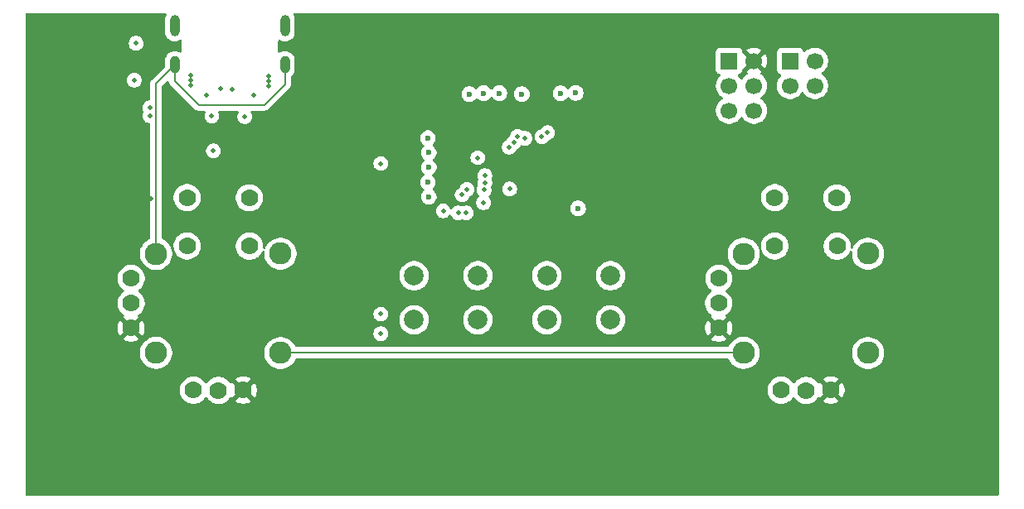
<source format=gbr>
%TF.GenerationSoftware,KiCad,Pcbnew,9.0.1-9.0.1-0~ubuntu24.04.1*%
%TF.CreationDate,2025-05-01T11:00:12-04:00*%
%TF.ProjectId,drone_sim_controler,64726f6e-655f-4736-996d-5f636f6e7472,rev?*%
%TF.SameCoordinates,Original*%
%TF.FileFunction,Copper,L3,Inr*%
%TF.FilePolarity,Positive*%
%FSLAX46Y46*%
G04 Gerber Fmt 4.6, Leading zero omitted, Abs format (unit mm)*
G04 Created by KiCad (PCBNEW 9.0.1-9.0.1-0~ubuntu24.04.1) date 2025-05-01 11:00:12*
%MOMM*%
%LPD*%
G01*
G04 APERTURE LIST*
G04 Aperture macros list*
%AMRoundRect*
0 Rectangle with rounded corners*
0 $1 Rounding radius*
0 $2 $3 $4 $5 $6 $7 $8 $9 X,Y pos of 4 corners*
0 Add a 4 corners polygon primitive as box body*
4,1,4,$2,$3,$4,$5,$6,$7,$8,$9,$2,$3,0*
0 Add four circle primitives for the rounded corners*
1,1,$1+$1,$2,$3*
1,1,$1+$1,$4,$5*
1,1,$1+$1,$6,$7*
1,1,$1+$1,$8,$9*
0 Add four rect primitives between the rounded corners*
20,1,$1+$1,$2,$3,$4,$5,0*
20,1,$1+$1,$4,$5,$6,$7,0*
20,1,$1+$1,$6,$7,$8,$9,0*
20,1,$1+$1,$8,$9,$2,$3,0*%
G04 Aperture macros list end*
%TA.AperFunction,ComponentPad*%
%ADD10RoundRect,0.500000X-0.000010X0.400000X-0.000010X-0.400000X0.000010X-0.400000X0.000010X0.400000X0*%
%TD*%
%TA.AperFunction,ComponentPad*%
%ADD11RoundRect,0.500000X-0.000010X0.600000X-0.000010X-0.600000X0.000010X-0.600000X0.000010X0.600000X0*%
%TD*%
%TA.AperFunction,ComponentPad*%
%ADD12C,2.000000*%
%TD*%
%TA.AperFunction,ComponentPad*%
%ADD13C,1.778000*%
%TD*%
%TA.AperFunction,ComponentPad*%
%ADD14C,2.286000*%
%TD*%
%TA.AperFunction,ComponentPad*%
%ADD15C,0.499999*%
%TD*%
%TA.AperFunction,ComponentPad*%
%ADD16R,1.700000X1.700000*%
%TD*%
%TA.AperFunction,ComponentPad*%
%ADD17C,1.700000*%
%TD*%
%TA.AperFunction,ViaPad*%
%ADD18C,0.500000*%
%TD*%
%TA.AperFunction,ViaPad*%
%ADD19C,0.600000*%
%TD*%
%TA.AperFunction,Conductor*%
%ADD20C,0.200000*%
%TD*%
G04 APERTURE END LIST*
D10*
%TO.N,GNDS*%
%TO.C,J1*%
X73500000Y-124000000D03*
D11*
X73500000Y-120000000D03*
D10*
X62260000Y-124000000D03*
D11*
X62260000Y-120000000D03*
%TD*%
D12*
%TO.N,BTN_2*%
%TO.C,SW2*%
X100250000Y-145578497D03*
%TO.N,unconnected-(SW2-K-Pad3)*%
X106750000Y-145578497D03*
%TO.N,unconnected-(SW2-Pad2)*%
X100250000Y-150078497D03*
%TO.N,GND*%
X106750000Y-150078497D03*
%TD*%
D13*
%TO.N,RS_SW*%
%TO.C,JS2*%
X123525000Y-137585200D03*
%TO.N,unconnected-(JS2-SW_NO-PadB1B)*%
X129875000Y-137605000D03*
%TO.N,unconnected-(JS2-SW_COM-PadB2A)*%
X123525000Y-142525200D03*
%TO.N,GND*%
X129885000Y-142545200D03*
X124175000Y-157275200D03*
%TO.N,RS_Y*%
X126715000Y-157295200D03*
%TO.N,+3V3*%
X129255000Y-157275200D03*
D14*
%TO.N,GNDS*%
X120350000Y-143335200D03*
X120350000Y-153465200D03*
X133050000Y-143320000D03*
X133050000Y-153480000D03*
D13*
%TO.N,GND*%
X117810000Y-145860000D03*
%TO.N,RS_X*%
X117795000Y-148385200D03*
%TO.N,+3V3*%
X117795000Y-150925200D03*
%TD*%
D15*
%TO.N,GND*%
%TO.C,U3*%
X59700000Y-128406300D03*
X59700000Y-129193700D03*
%TD*%
D16*
%TO.N,MTD0*%
%TO.C,J3*%
X125085000Y-123605000D03*
D17*
%TO.N,MTCK*%
X127625000Y-123605000D03*
%TO.N,MTMS*%
X125085000Y-126145000D03*
%TO.N,MTDI*%
X127625000Y-126145000D03*
%TD*%
D12*
%TO.N,BTN_1*%
%TO.C,SW1*%
X86700000Y-145578497D03*
%TO.N,unconnected-(SW1-K-Pad3)*%
X93200000Y-145578497D03*
%TO.N,unconnected-(SW1-Pad2)*%
X86700000Y-150078497D03*
%TO.N,GND*%
X93200000Y-150078497D03*
%TD*%
D13*
%TO.N,LS_SW*%
%TO.C,JS1*%
X63525000Y-137585200D03*
%TO.N,unconnected-(JS1-SW_NO-PadB1B)*%
X69875000Y-137605000D03*
%TO.N,unconnected-(JS1-SW_COM-PadB2A)*%
X63525000Y-142525200D03*
%TO.N,GND*%
X69885000Y-142545200D03*
X64175000Y-157275200D03*
%TO.N,LS_Y*%
X66715000Y-157295200D03*
%TO.N,+3V3*%
X69255000Y-157275200D03*
D14*
%TO.N,GNDS*%
X60350000Y-143335200D03*
X60350000Y-153465200D03*
X73050000Y-143320000D03*
X73050000Y-153480000D03*
D13*
%TO.N,GND*%
X57810000Y-145860000D03*
%TO.N,LS_X*%
X57795000Y-148385200D03*
%TO.N,+3V3*%
X57795000Y-150925200D03*
%TD*%
D16*
%TO.N,GND*%
%TO.C,J2*%
X118860000Y-123600000D03*
D17*
%TO.N,+3V3*%
X121400000Y-123600000D03*
%TO.N,RST*%
X118860000Y-126140000D03*
%TO.N,ESP_TX*%
X121400000Y-126140000D03*
%TO.N,ESP_IO0*%
X118860000Y-128680000D03*
%TO.N,ESP_RX*%
X121400000Y-128680000D03*
%TD*%
D18*
%TO.N,MTD0*%
X99731817Y-131346001D03*
%TO.N,MTCK*%
X100303730Y-130942368D03*
%TO.N,MTDI*%
X97999999Y-131522183D03*
%TO.N,MTMS*%
X97256341Y-131308048D03*
%TO.N,ESP_TX*%
X96890627Y-131904920D03*
%TO.N,ESP_RX*%
X96407658Y-132411619D03*
%TO.N,RST*%
X93200000Y-133500000D03*
%TO.N,ESP_IO0*%
X93930089Y-135341541D03*
%TO.N,Net-(U1-GPIO8)*%
X83300000Y-151500000D03*
%TO.N,Net-(U1-GPIO7)*%
X83300000Y-149500000D03*
%TO.N,GND*%
X83300000Y-134100000D03*
X66200000Y-132800000D03*
%TO.N,Net-(U1-GPIO7)*%
X91200000Y-139150000D03*
%TO.N,Net-(U1-GPIO8)*%
X92000000Y-139150000D03*
%TO.N,+3V3*%
X96975000Y-150200000D03*
X62600000Y-132800000D03*
X118900000Y-132100000D03*
%TO.N,LS_SW*%
X89666909Y-138943369D03*
%TO.N,LS_X*%
X93911803Y-136086545D03*
%TO.N,LS_Y*%
X93847582Y-136798485D03*
%TO.N,RS_X*%
X92094977Y-136750000D03*
%TO.N,RS_Y*%
X91600000Y-137300000D03*
%TO.N,RS_SW*%
X93800000Y-138100000D03*
%TO.N,GND*%
X58115685Y-125575000D03*
%TO.N,+3V3*%
X59800000Y-137700000D03*
X59000000Y-127100000D03*
%TO.N,GND*%
X58300000Y-121800000D03*
%TO.N,+5V*%
X65500000Y-127100000D03*
X70300000Y-127100000D03*
%TO.N,GND*%
X66035967Y-129225000D03*
X69400000Y-129300000D03*
%TO.N,/USB_C_P*%
X66950000Y-126427951D03*
X68081376Y-126479815D03*
%TO.N,GND*%
X71800000Y-126200000D03*
X71800000Y-125700000D03*
X71800000Y-125200000D03*
X63900000Y-126100000D03*
X63900000Y-125600000D03*
X63900000Y-125100000D03*
%TO.N,+3V3*%
X119800000Y-138500000D03*
X83200000Y-145600000D03*
X101837500Y-138562500D03*
X103100000Y-128400000D03*
X89600000Y-137500000D03*
X89500000Y-136000000D03*
X89600000Y-134500000D03*
X89500000Y-132900000D03*
X89600000Y-131400000D03*
X92300000Y-128500000D03*
%TO.N,GND*%
X96450000Y-136700000D03*
D19*
X103437896Y-138684373D03*
X103189812Y-126886271D03*
X101645827Y-126923002D03*
X97700000Y-127000000D03*
X95400000Y-126900000D03*
X93800000Y-126900000D03*
X92328504Y-127000534D03*
X88100000Y-131500000D03*
X88186773Y-132989136D03*
X88186773Y-134489136D03*
X88100000Y-136000000D03*
X88186773Y-137489136D03*
%TD*%
D20*
%TO.N,GNDS*%
X60350000Y-143335200D02*
X60350000Y-125910000D01*
X60350000Y-125910000D02*
X62260000Y-124000000D01*
X120350000Y-153465200D02*
X73064800Y-153465200D01*
X73064800Y-153465200D02*
X73050000Y-153480000D01*
X71379232Y-128100000D02*
X64700000Y-128100000D01*
X73500000Y-125979232D02*
X71379232Y-128100000D01*
X73500000Y-124000000D02*
X73500000Y-125979232D01*
X64700000Y-128100000D02*
X62260000Y-125660000D01*
X62260000Y-125660000D02*
X62260000Y-124000000D01*
%TD*%
%TA.AperFunction,Conductor*%
%TO.N,+3V3*%
G36*
X120934075Y-123792993D02*
G01*
X120999901Y-123907007D01*
X121092993Y-124000099D01*
X121207007Y-124065925D01*
X121270590Y-124082962D01*
X120638282Y-124715269D01*
X120638282Y-124715270D01*
X120692452Y-124754626D01*
X120692451Y-124754626D01*
X120701495Y-124759234D01*
X120752292Y-124807208D01*
X120769087Y-124875029D01*
X120746550Y-124941164D01*
X120701499Y-124980202D01*
X120692182Y-124984949D01*
X120520213Y-125109890D01*
X120369890Y-125260213D01*
X120244949Y-125432182D01*
X120240484Y-125440946D01*
X120192509Y-125491742D01*
X120124688Y-125508536D01*
X120058553Y-125485998D01*
X120019516Y-125440946D01*
X120015050Y-125432182D01*
X119890109Y-125260213D01*
X119776569Y-125146673D01*
X119743084Y-125085350D01*
X119748068Y-125015658D01*
X119789940Y-124959725D01*
X119820915Y-124942810D01*
X119952331Y-124893796D01*
X120067546Y-124807546D01*
X120153796Y-124692331D01*
X120204091Y-124557483D01*
X120210500Y-124497873D01*
X120210499Y-124487312D01*
X120230179Y-124420275D01*
X120246818Y-124399626D01*
X120917037Y-123729408D01*
X120934075Y-123792993D01*
G37*
%TD.AperFunction*%
%TA.AperFunction,Conductor*%
G36*
X146342536Y-118720195D02*
G01*
X146388293Y-118772997D01*
X146399500Y-118824512D01*
X146399500Y-167975500D01*
X146379815Y-168042539D01*
X146327011Y-168088294D01*
X146275500Y-168099500D01*
X47124500Y-168099500D01*
X47057461Y-168079815D01*
X47011706Y-168027011D01*
X47000500Y-167975500D01*
X47000500Y-157165838D01*
X62785500Y-157165838D01*
X62785500Y-157384561D01*
X62819714Y-157600576D01*
X62887297Y-157808580D01*
X62887298Y-157808583D01*
X62954782Y-157941025D01*
X62982864Y-157996139D01*
X62986595Y-158003460D01*
X63115142Y-158180393D01*
X63269806Y-158335057D01*
X63384508Y-158418391D01*
X63446743Y-158463607D01*
X63574132Y-158528515D01*
X63641616Y-158562901D01*
X63641619Y-158562902D01*
X63745621Y-158596693D01*
X63849625Y-158630486D01*
X63949672Y-158646332D01*
X64065639Y-158664700D01*
X64065644Y-158664700D01*
X64284361Y-158664700D01*
X64389082Y-158648112D01*
X64500375Y-158630486D01*
X64708383Y-158562901D01*
X64903257Y-158463607D01*
X65002601Y-158391429D01*
X65080193Y-158335057D01*
X65080195Y-158335054D01*
X65080199Y-158335052D01*
X65234852Y-158180399D01*
X65337416Y-158039229D01*
X65392745Y-157996564D01*
X65462358Y-157990585D01*
X65524153Y-158023190D01*
X65538052Y-158039230D01*
X65655142Y-158200393D01*
X65809806Y-158355057D01*
X65958625Y-158463178D01*
X65986743Y-158483607D01*
X66114132Y-158548515D01*
X66181616Y-158582901D01*
X66181619Y-158582902D01*
X66285621Y-158616693D01*
X66389625Y-158650486D01*
X66476212Y-158664200D01*
X66605639Y-158684700D01*
X66605644Y-158684700D01*
X66824361Y-158684700D01*
X66929082Y-158668112D01*
X67040375Y-158650486D01*
X67248383Y-158582901D01*
X67443257Y-158483607D01*
X67542601Y-158411429D01*
X67620193Y-158355057D01*
X67620195Y-158355054D01*
X67620199Y-158355052D01*
X67774852Y-158200399D01*
X67892257Y-158038803D01*
X67947585Y-157996139D01*
X68017198Y-157990160D01*
X68078994Y-158022765D01*
X68092893Y-158038806D01*
X68111806Y-158064838D01*
X68111807Y-158064838D01*
X68817352Y-157359293D01*
X68840792Y-157446771D01*
X68899311Y-157548130D01*
X68982070Y-157630889D01*
X69083429Y-157689408D01*
X69170905Y-157712847D01*
X68465360Y-158418391D01*
X68527008Y-158463180D01*
X68721808Y-158562437D01*
X68721811Y-158562438D01*
X68929740Y-158629997D01*
X69145684Y-158664200D01*
X69364316Y-158664200D01*
X69580259Y-158629997D01*
X69788188Y-158562438D01*
X69788191Y-158562437D01*
X69982995Y-158463178D01*
X70044638Y-158418391D01*
X70044639Y-158418391D01*
X69339094Y-157712847D01*
X69426571Y-157689408D01*
X69527930Y-157630889D01*
X69610689Y-157548130D01*
X69669208Y-157446771D01*
X69692647Y-157359294D01*
X70398191Y-158064839D01*
X70398191Y-158064838D01*
X70442978Y-158003195D01*
X70542237Y-157808391D01*
X70542238Y-157808388D01*
X70609797Y-157600459D01*
X70644000Y-157384516D01*
X70644000Y-157165883D01*
X70643993Y-157165838D01*
X122785500Y-157165838D01*
X122785500Y-157384561D01*
X122819714Y-157600576D01*
X122887297Y-157808580D01*
X122887298Y-157808583D01*
X122954782Y-157941025D01*
X122982864Y-157996139D01*
X122986595Y-158003460D01*
X123115142Y-158180393D01*
X123269806Y-158335057D01*
X123384508Y-158418391D01*
X123446743Y-158463607D01*
X123574132Y-158528515D01*
X123641616Y-158562901D01*
X123641619Y-158562902D01*
X123745621Y-158596693D01*
X123849625Y-158630486D01*
X123949672Y-158646332D01*
X124065639Y-158664700D01*
X124065644Y-158664700D01*
X124284361Y-158664700D01*
X124389082Y-158648112D01*
X124500375Y-158630486D01*
X124708383Y-158562901D01*
X124903257Y-158463607D01*
X125002601Y-158391429D01*
X125080193Y-158335057D01*
X125080195Y-158335054D01*
X125080199Y-158335052D01*
X125234852Y-158180399D01*
X125337416Y-158039229D01*
X125392745Y-157996564D01*
X125462358Y-157990585D01*
X125524153Y-158023190D01*
X125538052Y-158039230D01*
X125655142Y-158200393D01*
X125809806Y-158355057D01*
X125958625Y-158463178D01*
X125986743Y-158483607D01*
X126114132Y-158548515D01*
X126181616Y-158582901D01*
X126181619Y-158582902D01*
X126285621Y-158616693D01*
X126389625Y-158650486D01*
X126476212Y-158664200D01*
X126605639Y-158684700D01*
X126605644Y-158684700D01*
X126824361Y-158684700D01*
X126929082Y-158668112D01*
X127040375Y-158650486D01*
X127248383Y-158582901D01*
X127443257Y-158483607D01*
X127542601Y-158411429D01*
X127620193Y-158355057D01*
X127620195Y-158355054D01*
X127620199Y-158355052D01*
X127774852Y-158200399D01*
X127892257Y-158038803D01*
X127947585Y-157996139D01*
X128017198Y-157990160D01*
X128078994Y-158022765D01*
X128092893Y-158038806D01*
X128111806Y-158064838D01*
X128111807Y-158064838D01*
X128817352Y-157359293D01*
X128840792Y-157446771D01*
X128899311Y-157548130D01*
X128982070Y-157630889D01*
X129083429Y-157689408D01*
X129170905Y-157712847D01*
X128465360Y-158418391D01*
X128527008Y-158463180D01*
X128721808Y-158562437D01*
X128721811Y-158562438D01*
X128929740Y-158629997D01*
X129145684Y-158664200D01*
X129364316Y-158664200D01*
X129580259Y-158629997D01*
X129788188Y-158562438D01*
X129788191Y-158562437D01*
X129982995Y-158463178D01*
X130044638Y-158418391D01*
X130044639Y-158418391D01*
X129339094Y-157712847D01*
X129426571Y-157689408D01*
X129527930Y-157630889D01*
X129610689Y-157548130D01*
X129669208Y-157446771D01*
X129692647Y-157359295D01*
X130398191Y-158064839D01*
X130398191Y-158064838D01*
X130442978Y-158003195D01*
X130542237Y-157808391D01*
X130542238Y-157808388D01*
X130609797Y-157600459D01*
X130644000Y-157384516D01*
X130644000Y-157165883D01*
X130609797Y-156949940D01*
X130542238Y-156742011D01*
X130542237Y-156742008D01*
X130442980Y-156547208D01*
X130398191Y-156485560D01*
X129692647Y-157191104D01*
X129669208Y-157103629D01*
X129610689Y-157002270D01*
X129527930Y-156919511D01*
X129426571Y-156860992D01*
X129339092Y-156837552D01*
X130044638Y-156132007D01*
X130044638Y-156132006D01*
X129982995Y-156087221D01*
X129982993Y-156087220D01*
X129788191Y-155987962D01*
X129788188Y-155987961D01*
X129580259Y-155920402D01*
X129364316Y-155886200D01*
X129145684Y-155886200D01*
X128929740Y-155920402D01*
X128721811Y-155987961D01*
X128721808Y-155987962D01*
X128527001Y-156087223D01*
X128465360Y-156132006D01*
X128465360Y-156132007D01*
X129170905Y-156837552D01*
X129083429Y-156860992D01*
X128982070Y-156919511D01*
X128899311Y-157002270D01*
X128840792Y-157103629D01*
X128817352Y-157191105D01*
X128111807Y-156485560D01*
X128111806Y-156485560D01*
X128078362Y-156531594D01*
X128023032Y-156574260D01*
X127953419Y-156580239D01*
X127891623Y-156547634D01*
X127877727Y-156531598D01*
X127774852Y-156390001D01*
X127620199Y-156235348D01*
X127620193Y-156235342D01*
X127443260Y-156106795D01*
X127443259Y-156106794D01*
X127443257Y-156106793D01*
X127380825Y-156074982D01*
X127248383Y-156007498D01*
X127248380Y-156007497D01*
X127040376Y-155939914D01*
X126824361Y-155905700D01*
X126824356Y-155905700D01*
X126605644Y-155905700D01*
X126605639Y-155905700D01*
X126389623Y-155939914D01*
X126181619Y-156007497D01*
X126181616Y-156007498D01*
X125986739Y-156106795D01*
X125809806Y-156235342D01*
X125655146Y-156390002D01*
X125655142Y-156390007D01*
X125552583Y-156531169D01*
X125497253Y-156573835D01*
X125427640Y-156579814D01*
X125365845Y-156547209D01*
X125351949Y-156531173D01*
X125234852Y-156370001D01*
X125080199Y-156215348D01*
X125080193Y-156215342D01*
X124903260Y-156086795D01*
X124903259Y-156086794D01*
X124903257Y-156086793D01*
X124840825Y-156054982D01*
X124708383Y-155987498D01*
X124708380Y-155987497D01*
X124500376Y-155919914D01*
X124284361Y-155885700D01*
X124284356Y-155885700D01*
X124065644Y-155885700D01*
X124065639Y-155885700D01*
X123849623Y-155919914D01*
X123641619Y-155987497D01*
X123641616Y-155987498D01*
X123446739Y-156086795D01*
X123269806Y-156215342D01*
X123115142Y-156370006D01*
X122986595Y-156546939D01*
X122887298Y-156741816D01*
X122887297Y-156741819D01*
X122819714Y-156949823D01*
X122785500Y-157165838D01*
X70643993Y-157165838D01*
X70609797Y-156949940D01*
X70542238Y-156742011D01*
X70542237Y-156742008D01*
X70442980Y-156547208D01*
X70398191Y-156485560D01*
X69692647Y-157191104D01*
X69669208Y-157103629D01*
X69610689Y-157002270D01*
X69527930Y-156919511D01*
X69426571Y-156860992D01*
X69339092Y-156837552D01*
X70044638Y-156132007D01*
X70044638Y-156132006D01*
X69982995Y-156087221D01*
X69982993Y-156087220D01*
X69788191Y-155987962D01*
X69788188Y-155987961D01*
X69580259Y-155920402D01*
X69364316Y-155886200D01*
X69145684Y-155886200D01*
X68929740Y-155920402D01*
X68721811Y-155987961D01*
X68721808Y-155987962D01*
X68527001Y-156087223D01*
X68465360Y-156132006D01*
X68465360Y-156132007D01*
X69170905Y-156837552D01*
X69083429Y-156860992D01*
X68982070Y-156919511D01*
X68899311Y-157002270D01*
X68840792Y-157103629D01*
X68817352Y-157191105D01*
X68111807Y-156485560D01*
X68111806Y-156485560D01*
X68078362Y-156531594D01*
X68023032Y-156574260D01*
X67953419Y-156580239D01*
X67891623Y-156547634D01*
X67877727Y-156531598D01*
X67774852Y-156390001D01*
X67620199Y-156235348D01*
X67620193Y-156235342D01*
X67443260Y-156106795D01*
X67443259Y-156106794D01*
X67443257Y-156106793D01*
X67380825Y-156074982D01*
X67248383Y-156007498D01*
X67248380Y-156007497D01*
X67040376Y-155939914D01*
X66824361Y-155905700D01*
X66824356Y-155905700D01*
X66605644Y-155905700D01*
X66605639Y-155905700D01*
X66389623Y-155939914D01*
X66181619Y-156007497D01*
X66181616Y-156007498D01*
X65986739Y-156106795D01*
X65809806Y-156235342D01*
X65655146Y-156390002D01*
X65655142Y-156390007D01*
X65552583Y-156531169D01*
X65497253Y-156573835D01*
X65427640Y-156579814D01*
X65365845Y-156547209D01*
X65351949Y-156531173D01*
X65234852Y-156370001D01*
X65080199Y-156215348D01*
X65080193Y-156215342D01*
X64903260Y-156086795D01*
X64903259Y-156086794D01*
X64903257Y-156086793D01*
X64840825Y-156054982D01*
X64708383Y-155987498D01*
X64708380Y-155987497D01*
X64500376Y-155919914D01*
X64284361Y-155885700D01*
X64284356Y-155885700D01*
X64065644Y-155885700D01*
X64065639Y-155885700D01*
X63849623Y-155919914D01*
X63641619Y-155987497D01*
X63641616Y-155987498D01*
X63446739Y-156086795D01*
X63269806Y-156215342D01*
X63115142Y-156370006D01*
X62986595Y-156546939D01*
X62887298Y-156741816D01*
X62887297Y-156741819D01*
X62819714Y-156949823D01*
X62785500Y-157165838D01*
X47000500Y-157165838D01*
X47000500Y-153335848D01*
X58706500Y-153335848D01*
X58706500Y-153594551D01*
X58746967Y-153850050D01*
X58746968Y-153850054D01*
X58826909Y-154096085D01*
X58944353Y-154326582D01*
X59096408Y-154535868D01*
X59279332Y-154718792D01*
X59488618Y-154870847D01*
X59719115Y-154988291D01*
X59965146Y-155068232D01*
X60058591Y-155083032D01*
X60220649Y-155108700D01*
X60220654Y-155108700D01*
X60479351Y-155108700D01*
X60641409Y-155083032D01*
X60734854Y-155068232D01*
X60980885Y-154988291D01*
X61211382Y-154870847D01*
X61420668Y-154718792D01*
X61603592Y-154535868D01*
X61755647Y-154326582D01*
X61873091Y-154096085D01*
X61953032Y-153850054D01*
X61971017Y-153736494D01*
X61993500Y-153594551D01*
X61993500Y-153350648D01*
X71406500Y-153350648D01*
X71406500Y-153609351D01*
X71444623Y-153850050D01*
X71446968Y-153864854D01*
X71518623Y-154085385D01*
X71526910Y-154110887D01*
X71636812Y-154326582D01*
X71644353Y-154341382D01*
X71796408Y-154550668D01*
X71979332Y-154733592D01*
X72188618Y-154885647D01*
X72419115Y-155003091D01*
X72665146Y-155083032D01*
X72760961Y-155098207D01*
X72920649Y-155123500D01*
X72920654Y-155123500D01*
X73179351Y-155123500D01*
X73321294Y-155101017D01*
X73434854Y-155083032D01*
X73680885Y-155003091D01*
X73911382Y-154885647D01*
X74120668Y-154733592D01*
X74303592Y-154550668D01*
X74455647Y-154341382D01*
X74526078Y-154203151D01*
X74561617Y-154133405D01*
X74609592Y-154082609D01*
X74672102Y-154065700D01*
X118735439Y-154065700D01*
X118802478Y-154085385D01*
X118845924Y-154133405D01*
X118944353Y-154326582D01*
X119096408Y-154535868D01*
X119279332Y-154718792D01*
X119488618Y-154870847D01*
X119719115Y-154988291D01*
X119965146Y-155068232D01*
X120058591Y-155083032D01*
X120220649Y-155108700D01*
X120220654Y-155108700D01*
X120479351Y-155108700D01*
X120641409Y-155083032D01*
X120734854Y-155068232D01*
X120980885Y-154988291D01*
X121211382Y-154870847D01*
X121420668Y-154718792D01*
X121603592Y-154535868D01*
X121755647Y-154326582D01*
X121873091Y-154096085D01*
X121953032Y-153850054D01*
X121971017Y-153736494D01*
X121993500Y-153594551D01*
X121993500Y-153350648D01*
X131406500Y-153350648D01*
X131406500Y-153609351D01*
X131444623Y-153850050D01*
X131446968Y-153864854D01*
X131518623Y-154085385D01*
X131526910Y-154110887D01*
X131636812Y-154326582D01*
X131644353Y-154341382D01*
X131796408Y-154550668D01*
X131979332Y-154733592D01*
X132188618Y-154885647D01*
X132419115Y-155003091D01*
X132665146Y-155083032D01*
X132760961Y-155098207D01*
X132920649Y-155123500D01*
X132920654Y-155123500D01*
X133179351Y-155123500D01*
X133321294Y-155101017D01*
X133434854Y-155083032D01*
X133680885Y-155003091D01*
X133911382Y-154885647D01*
X134120668Y-154733592D01*
X134303592Y-154550668D01*
X134455647Y-154341382D01*
X134573091Y-154110885D01*
X134653032Y-153864854D01*
X134671017Y-153751294D01*
X134693500Y-153609351D01*
X134693500Y-153350648D01*
X134653032Y-153095149D01*
X134653032Y-153095146D01*
X134573091Y-152849115D01*
X134455647Y-152618618D01*
X134303592Y-152409332D01*
X134120668Y-152226408D01*
X133911382Y-152074353D01*
X133680885Y-151956909D01*
X133434854Y-151876968D01*
X133434852Y-151876967D01*
X133434850Y-151876967D01*
X133179351Y-151836500D01*
X133179346Y-151836500D01*
X132920654Y-151836500D01*
X132920649Y-151836500D01*
X132665149Y-151876967D01*
X132419112Y-151956910D01*
X132188617Y-152074353D01*
X131979329Y-152226410D01*
X131796410Y-152409329D01*
X131644353Y-152618617D01*
X131526910Y-152849112D01*
X131446967Y-153095149D01*
X131406500Y-153350648D01*
X121993500Y-153350648D01*
X121993500Y-153335848D01*
X121966521Y-153165515D01*
X121953032Y-153080346D01*
X121873091Y-152834315D01*
X121755647Y-152603818D01*
X121603592Y-152394532D01*
X121420668Y-152211608D01*
X121211382Y-152059553D01*
X121052147Y-151978419D01*
X120980887Y-151942110D01*
X120980886Y-151942109D01*
X120980885Y-151942109D01*
X120734854Y-151862168D01*
X120734852Y-151862167D01*
X120734850Y-151862167D01*
X120479351Y-151821700D01*
X120479346Y-151821700D01*
X120220654Y-151821700D01*
X120220649Y-151821700D01*
X119965149Y-151862167D01*
X119719112Y-151942110D01*
X119488617Y-152059553D01*
X119279329Y-152211610D01*
X119096410Y-152394529D01*
X118944353Y-152603817D01*
X118845924Y-152796995D01*
X118797949Y-152847791D01*
X118735439Y-152864700D01*
X74657020Y-152864700D01*
X74589981Y-152845015D01*
X74546535Y-152796995D01*
X74455646Y-152618617D01*
X74444893Y-152603817D01*
X74303592Y-152409332D01*
X74120668Y-152226408D01*
X73911382Y-152074353D01*
X73680885Y-151956909D01*
X73434854Y-151876968D01*
X73434852Y-151876967D01*
X73434850Y-151876967D01*
X73179351Y-151836500D01*
X73179346Y-151836500D01*
X72920654Y-151836500D01*
X72920649Y-151836500D01*
X72665149Y-151876967D01*
X72419112Y-151956910D01*
X72188617Y-152074353D01*
X71979329Y-152226410D01*
X71796410Y-152409329D01*
X71644353Y-152618617D01*
X71526910Y-152849112D01*
X71446967Y-153095149D01*
X71406500Y-153350648D01*
X61993500Y-153350648D01*
X61993500Y-153335848D01*
X61966521Y-153165515D01*
X61953032Y-153080346D01*
X61873091Y-152834315D01*
X61755647Y-152603818D01*
X61603592Y-152394532D01*
X61420668Y-152211608D01*
X61211382Y-152059553D01*
X61052147Y-151978419D01*
X60980887Y-151942110D01*
X60980886Y-151942109D01*
X60980885Y-151942109D01*
X60734854Y-151862168D01*
X60734852Y-151862167D01*
X60734850Y-151862167D01*
X60479351Y-151821700D01*
X60479346Y-151821700D01*
X60220654Y-151821700D01*
X60220649Y-151821700D01*
X59965149Y-151862167D01*
X59719112Y-151942110D01*
X59488617Y-152059553D01*
X59279329Y-152211610D01*
X59096410Y-152394529D01*
X58944353Y-152603817D01*
X58826910Y-152834312D01*
X58746967Y-153080349D01*
X58706500Y-153335848D01*
X47000500Y-153335848D01*
X47000500Y-148275838D01*
X56405500Y-148275838D01*
X56405500Y-148494561D01*
X56439714Y-148710576D01*
X56507297Y-148918580D01*
X56507298Y-148918583D01*
X56559779Y-149021580D01*
X56600239Y-149100987D01*
X56606595Y-149113460D01*
X56735142Y-149290393D01*
X56735148Y-149290399D01*
X56889801Y-149445052D01*
X57041395Y-149555191D01*
X57084060Y-149610519D01*
X57090039Y-149680132D01*
X57057434Y-149741928D01*
X57041394Y-149755826D01*
X57005360Y-149782005D01*
X57005360Y-149782007D01*
X57710905Y-150487552D01*
X57623429Y-150510992D01*
X57522070Y-150569511D01*
X57439311Y-150652270D01*
X57380792Y-150753629D01*
X57357352Y-150841105D01*
X56651807Y-150135560D01*
X56651806Y-150135560D01*
X56607023Y-150197201D01*
X56507762Y-150392008D01*
X56507761Y-150392011D01*
X56440202Y-150599940D01*
X56406000Y-150815883D01*
X56406000Y-151034516D01*
X56440202Y-151250459D01*
X56507761Y-151458388D01*
X56507762Y-151458391D01*
X56607020Y-151653193D01*
X56607021Y-151653195D01*
X56651806Y-151714838D01*
X56651807Y-151714838D01*
X57357352Y-151009293D01*
X57380792Y-151096771D01*
X57439311Y-151198130D01*
X57522070Y-151280889D01*
X57623429Y-151339408D01*
X57710905Y-151362847D01*
X57005360Y-152068391D01*
X57067008Y-152113180D01*
X57261808Y-152212437D01*
X57261811Y-152212438D01*
X57469740Y-152279997D01*
X57685684Y-152314200D01*
X57904316Y-152314200D01*
X58120259Y-152279997D01*
X58328188Y-152212438D01*
X58328191Y-152212437D01*
X58522995Y-152113178D01*
X58584638Y-152068391D01*
X58584639Y-152068391D01*
X57879094Y-151362847D01*
X57966571Y-151339408D01*
X58067930Y-151280889D01*
X58150689Y-151198130D01*
X58209208Y-151096771D01*
X58232647Y-151009295D01*
X58938191Y-151714839D01*
X58938191Y-151714838D01*
X58982978Y-151653195D01*
X59023371Y-151573920D01*
X82549499Y-151573920D01*
X82578340Y-151718907D01*
X82578343Y-151718917D01*
X82634912Y-151855488D01*
X82634919Y-151855501D01*
X82717048Y-151978415D01*
X82717051Y-151978419D01*
X82821580Y-152082948D01*
X82821584Y-152082951D01*
X82944498Y-152165080D01*
X82944511Y-152165087D01*
X83056824Y-152211608D01*
X83081087Y-152221658D01*
X83081091Y-152221658D01*
X83081092Y-152221659D01*
X83226079Y-152250500D01*
X83226082Y-152250500D01*
X83373920Y-152250500D01*
X83471462Y-152231096D01*
X83518913Y-152221658D01*
X83655495Y-152165084D01*
X83778416Y-152082951D01*
X83882951Y-151978416D01*
X83965084Y-151855495D01*
X84021658Y-151718913D01*
X84031096Y-151671462D01*
X84050500Y-151573920D01*
X84050500Y-151426079D01*
X84021659Y-151281092D01*
X84021658Y-151281091D01*
X84021658Y-151281087D01*
X84020691Y-151278753D01*
X83965087Y-151144511D01*
X83965080Y-151144498D01*
X83882951Y-151021584D01*
X83882948Y-151021580D01*
X83778419Y-150917051D01*
X83778415Y-150917048D01*
X83655501Y-150834919D01*
X83655488Y-150834912D01*
X83518917Y-150778343D01*
X83518907Y-150778340D01*
X83373920Y-150749500D01*
X83373918Y-150749500D01*
X83226082Y-150749500D01*
X83226080Y-150749500D01*
X83081092Y-150778340D01*
X83081082Y-150778343D01*
X82944511Y-150834912D01*
X82944498Y-150834919D01*
X82821584Y-150917048D01*
X82821580Y-150917051D01*
X82717051Y-151021580D01*
X82717048Y-151021584D01*
X82634919Y-151144498D01*
X82634912Y-151144511D01*
X82578343Y-151281082D01*
X82578340Y-151281092D01*
X82549500Y-151426079D01*
X82549500Y-151426082D01*
X82549500Y-151573918D01*
X82549500Y-151573920D01*
X82549499Y-151573920D01*
X59023371Y-151573920D01*
X59082237Y-151458391D01*
X59082238Y-151458388D01*
X59107165Y-151381672D01*
X59149797Y-151250459D01*
X59184000Y-151034516D01*
X59184000Y-150815883D01*
X59149797Y-150599940D01*
X59082238Y-150392011D01*
X59082237Y-150392008D01*
X58982980Y-150197208D01*
X58938191Y-150135560D01*
X58232647Y-150841104D01*
X58209208Y-150753629D01*
X58150689Y-150652270D01*
X58067930Y-150569511D01*
X57966571Y-150510992D01*
X57879092Y-150487552D01*
X58584638Y-149782007D01*
X58584638Y-149782006D01*
X58548606Y-149755828D01*
X58505939Y-149700499D01*
X58499959Y-149630885D01*
X58530016Y-149573920D01*
X82549499Y-149573920D01*
X82578340Y-149718907D01*
X82578343Y-149718917D01*
X82634912Y-149855488D01*
X82634919Y-149855501D01*
X82717048Y-149978415D01*
X82717051Y-149978419D01*
X82821580Y-150082948D01*
X82821584Y-150082951D01*
X82944498Y-150165080D01*
X82944511Y-150165087D01*
X83022042Y-150197201D01*
X83081087Y-150221658D01*
X83081091Y-150221658D01*
X83081092Y-150221659D01*
X83226079Y-150250500D01*
X83226082Y-150250500D01*
X83373920Y-150250500D01*
X83471462Y-150231096D01*
X83518913Y-150221658D01*
X83655495Y-150165084D01*
X83778416Y-150082951D01*
X83882951Y-149978416D01*
X83894989Y-149960399D01*
X85199500Y-149960399D01*
X85199500Y-150196594D01*
X85236446Y-150429865D01*
X85309433Y-150654493D01*
X85416657Y-150864930D01*
X85555483Y-151056007D01*
X85722490Y-151223014D01*
X85913567Y-151361840D01*
X85952490Y-151381672D01*
X86124003Y-151469063D01*
X86124005Y-151469063D01*
X86124008Y-151469065D01*
X86244412Y-151508186D01*
X86348631Y-151542050D01*
X86581903Y-151578997D01*
X86581908Y-151578997D01*
X86818097Y-151578997D01*
X87051368Y-151542050D01*
X87275992Y-151469065D01*
X87486433Y-151361840D01*
X87677510Y-151223014D01*
X87844517Y-151056007D01*
X87983343Y-150864930D01*
X88090568Y-150654489D01*
X88163553Y-150429865D01*
X88200500Y-150196594D01*
X88200500Y-149960399D01*
X91699500Y-149960399D01*
X91699500Y-150196594D01*
X91736446Y-150429865D01*
X91809433Y-150654493D01*
X91916657Y-150864930D01*
X92055483Y-151056007D01*
X92222490Y-151223014D01*
X92413567Y-151361840D01*
X92452490Y-151381672D01*
X92624003Y-151469063D01*
X92624005Y-151469063D01*
X92624008Y-151469065D01*
X92744412Y-151508186D01*
X92848631Y-151542050D01*
X93081903Y-151578997D01*
X93081908Y-151578997D01*
X93318097Y-151578997D01*
X93551368Y-151542050D01*
X93775992Y-151469065D01*
X93986433Y-151361840D01*
X94177510Y-151223014D01*
X94344517Y-151056007D01*
X94483343Y-150864930D01*
X94590568Y-150654489D01*
X94663553Y-150429865D01*
X94700500Y-150196594D01*
X94700500Y-149960399D01*
X98749500Y-149960399D01*
X98749500Y-150196594D01*
X98786446Y-150429865D01*
X98859433Y-150654493D01*
X98966657Y-150864930D01*
X99105483Y-151056007D01*
X99272490Y-151223014D01*
X99463567Y-151361840D01*
X99502490Y-151381672D01*
X99674003Y-151469063D01*
X99674005Y-151469063D01*
X99674008Y-151469065D01*
X99794412Y-151508186D01*
X99898631Y-151542050D01*
X100131903Y-151578997D01*
X100131908Y-151578997D01*
X100368097Y-151578997D01*
X100601368Y-151542050D01*
X100825992Y-151469065D01*
X101036433Y-151361840D01*
X101227510Y-151223014D01*
X101394517Y-151056007D01*
X101533343Y-150864930D01*
X101640568Y-150654489D01*
X101713553Y-150429865D01*
X101750500Y-150196594D01*
X101750500Y-149960399D01*
X105249500Y-149960399D01*
X105249500Y-150196594D01*
X105286446Y-150429865D01*
X105359433Y-150654493D01*
X105466657Y-150864930D01*
X105605483Y-151056007D01*
X105772490Y-151223014D01*
X105963567Y-151361840D01*
X106002490Y-151381672D01*
X106174003Y-151469063D01*
X106174005Y-151469063D01*
X106174008Y-151469065D01*
X106294412Y-151508186D01*
X106398631Y-151542050D01*
X106631903Y-151578997D01*
X106631908Y-151578997D01*
X106868097Y-151578997D01*
X107101368Y-151542050D01*
X107325992Y-151469065D01*
X107536433Y-151361840D01*
X107727510Y-151223014D01*
X107894517Y-151056007D01*
X108033343Y-150864930D01*
X108092158Y-150749500D01*
X108140566Y-150654493D01*
X108140566Y-150654492D01*
X108140568Y-150654489D01*
X108213553Y-150429865D01*
X108250500Y-150196594D01*
X108250500Y-149960399D01*
X108213553Y-149727128D01*
X108163772Y-149573920D01*
X108140568Y-149502505D01*
X108140566Y-149502502D01*
X108140566Y-149502500D01*
X108033342Y-149292063D01*
X108025371Y-149281092D01*
X107894517Y-149100987D01*
X107727510Y-148933980D01*
X107536433Y-148795154D01*
X107503434Y-148778340D01*
X107325996Y-148687930D01*
X107101368Y-148614943D01*
X106868097Y-148577997D01*
X106868092Y-148577997D01*
X106631908Y-148577997D01*
X106631903Y-148577997D01*
X106398631Y-148614943D01*
X106174003Y-148687930D01*
X105963566Y-148795154D01*
X105908839Y-148834916D01*
X105772490Y-148933980D01*
X105772488Y-148933982D01*
X105772487Y-148933982D01*
X105605485Y-149100984D01*
X105605485Y-149100985D01*
X105605483Y-149100987D01*
X105573865Y-149144505D01*
X105466657Y-149292063D01*
X105359433Y-149502500D01*
X105286446Y-149727128D01*
X105249500Y-149960399D01*
X101750500Y-149960399D01*
X101713553Y-149727128D01*
X101663772Y-149573920D01*
X101640568Y-149502505D01*
X101640566Y-149502502D01*
X101640566Y-149502500D01*
X101533342Y-149292063D01*
X101525371Y-149281092D01*
X101394517Y-149100987D01*
X101227510Y-148933980D01*
X101036433Y-148795154D01*
X101003434Y-148778340D01*
X100825996Y-148687930D01*
X100601368Y-148614943D01*
X100368097Y-148577997D01*
X100368092Y-148577997D01*
X100131908Y-148577997D01*
X100131903Y-148577997D01*
X99898631Y-148614943D01*
X99674003Y-148687930D01*
X99463566Y-148795154D01*
X99408839Y-148834916D01*
X99272490Y-148933980D01*
X99272488Y-148933982D01*
X99272487Y-148933982D01*
X99105485Y-149100984D01*
X99105485Y-149100985D01*
X99105483Y-149100987D01*
X99073865Y-149144505D01*
X98966657Y-149292063D01*
X98859433Y-149502500D01*
X98786446Y-149727128D01*
X98749500Y-149960399D01*
X94700500Y-149960399D01*
X94663553Y-149727128D01*
X94613772Y-149573920D01*
X94590568Y-149502505D01*
X94590566Y-149502502D01*
X94590566Y-149502500D01*
X94483342Y-149292063D01*
X94475371Y-149281092D01*
X94344517Y-149100987D01*
X94177510Y-148933980D01*
X93986433Y-148795154D01*
X93953434Y-148778340D01*
X93775996Y-148687930D01*
X93551368Y-148614943D01*
X93318097Y-148577997D01*
X93318092Y-148577997D01*
X93081908Y-148577997D01*
X93081903Y-148577997D01*
X92848631Y-148614943D01*
X92624003Y-148687930D01*
X92413566Y-148795154D01*
X92358839Y-148834916D01*
X92222490Y-148933980D01*
X92222488Y-148933982D01*
X92222487Y-148933982D01*
X92055485Y-149100984D01*
X92055485Y-149100985D01*
X92055483Y-149100987D01*
X92023865Y-149144505D01*
X91916657Y-149292063D01*
X91809433Y-149502500D01*
X91736446Y-149727128D01*
X91699500Y-149960399D01*
X88200500Y-149960399D01*
X88163553Y-149727128D01*
X88113772Y-149573920D01*
X88090568Y-149502505D01*
X88090566Y-149502502D01*
X88090566Y-149502500D01*
X87983342Y-149292063D01*
X87975371Y-149281092D01*
X87844517Y-149100987D01*
X87677510Y-148933980D01*
X87486433Y-148795154D01*
X87453434Y-148778340D01*
X87275996Y-148687930D01*
X87051368Y-148614943D01*
X86818097Y-148577997D01*
X86818092Y-148577997D01*
X86581908Y-148577997D01*
X86581903Y-148577997D01*
X86348631Y-148614943D01*
X86124003Y-148687930D01*
X85913566Y-148795154D01*
X85858839Y-148834916D01*
X85722490Y-148933980D01*
X85722488Y-148933982D01*
X85722487Y-148933982D01*
X85555485Y-149100984D01*
X85555485Y-149100985D01*
X85555483Y-149100987D01*
X85523865Y-149144505D01*
X85416657Y-149292063D01*
X85309433Y-149502500D01*
X85236446Y-149727128D01*
X85199500Y-149960399D01*
X83894989Y-149960399D01*
X83912620Y-149934011D01*
X83944273Y-149886642D01*
X83965080Y-149855501D01*
X83965080Y-149855500D01*
X83965084Y-149855495D01*
X84021658Y-149718913D01*
X84039168Y-149630885D01*
X84050500Y-149573920D01*
X84050500Y-149426079D01*
X84021659Y-149281092D01*
X84021658Y-149281091D01*
X84021658Y-149281087D01*
X84021656Y-149281082D01*
X83965087Y-149144511D01*
X83965080Y-149144498D01*
X83882951Y-149021584D01*
X83882948Y-149021580D01*
X83778419Y-148917051D01*
X83778415Y-148917048D01*
X83655501Y-148834919D01*
X83655488Y-148834912D01*
X83518917Y-148778343D01*
X83518907Y-148778340D01*
X83373920Y-148749500D01*
X83373918Y-148749500D01*
X83226082Y-148749500D01*
X83226080Y-148749500D01*
X83081092Y-148778340D01*
X83081082Y-148778343D01*
X82944511Y-148834912D01*
X82944498Y-148834919D01*
X82821584Y-148917048D01*
X82821580Y-148917051D01*
X82717051Y-149021580D01*
X82717048Y-149021584D01*
X82634919Y-149144498D01*
X82634912Y-149144511D01*
X82578343Y-149281082D01*
X82578340Y-149281092D01*
X82549500Y-149426079D01*
X82549500Y-149426082D01*
X82549500Y-149573918D01*
X82549500Y-149573920D01*
X82549499Y-149573920D01*
X58530016Y-149573920D01*
X58532565Y-149569090D01*
X58548599Y-149555194D01*
X58700199Y-149445052D01*
X58854852Y-149290399D01*
X58854854Y-149290395D01*
X58854857Y-149290393D01*
X58960849Y-149144505D01*
X58983407Y-149113457D01*
X59082701Y-148918583D01*
X59150286Y-148710575D01*
X59171284Y-148577997D01*
X59184500Y-148494561D01*
X59184500Y-148275838D01*
X116405500Y-148275838D01*
X116405500Y-148494561D01*
X116439714Y-148710576D01*
X116507297Y-148918580D01*
X116507298Y-148918583D01*
X116559779Y-149021580D01*
X116600239Y-149100987D01*
X116606595Y-149113460D01*
X116735142Y-149290393D01*
X116735148Y-149290399D01*
X116889801Y-149445052D01*
X117041395Y-149555191D01*
X117084060Y-149610519D01*
X117090039Y-149680132D01*
X117057434Y-149741928D01*
X117041394Y-149755826D01*
X117005360Y-149782005D01*
X117005360Y-149782007D01*
X117710905Y-150487552D01*
X117623429Y-150510992D01*
X117522070Y-150569511D01*
X117439311Y-150652270D01*
X117380792Y-150753629D01*
X117357352Y-150841105D01*
X116651807Y-150135560D01*
X116651806Y-150135560D01*
X116607023Y-150197201D01*
X116507762Y-150392008D01*
X116507761Y-150392011D01*
X116440202Y-150599940D01*
X116406000Y-150815883D01*
X116406000Y-151034516D01*
X116440202Y-151250459D01*
X116507761Y-151458388D01*
X116507762Y-151458391D01*
X116607020Y-151653193D01*
X116607021Y-151653195D01*
X116651806Y-151714838D01*
X116651807Y-151714838D01*
X117357352Y-151009293D01*
X117380792Y-151096771D01*
X117439311Y-151198130D01*
X117522070Y-151280889D01*
X117623429Y-151339408D01*
X117710905Y-151362847D01*
X117005360Y-152068391D01*
X117067008Y-152113180D01*
X117261808Y-152212437D01*
X117261811Y-152212438D01*
X117469740Y-152279997D01*
X117685684Y-152314200D01*
X117904316Y-152314200D01*
X118120259Y-152279997D01*
X118328188Y-152212438D01*
X118328191Y-152212437D01*
X118522995Y-152113178D01*
X118584638Y-152068391D01*
X118584639Y-152068391D01*
X117879094Y-151362847D01*
X117966571Y-151339408D01*
X118067930Y-151280889D01*
X118150689Y-151198130D01*
X118209208Y-151096771D01*
X118232647Y-151009295D01*
X118938191Y-151714839D01*
X118938191Y-151714838D01*
X118982978Y-151653195D01*
X119082237Y-151458391D01*
X119082238Y-151458388D01*
X119149797Y-151250459D01*
X119184000Y-151034516D01*
X119184000Y-150815883D01*
X119149797Y-150599940D01*
X119082238Y-150392011D01*
X119082237Y-150392008D01*
X118982980Y-150197208D01*
X118938191Y-150135560D01*
X118232647Y-150841104D01*
X118209208Y-150753629D01*
X118150689Y-150652270D01*
X118067930Y-150569511D01*
X117966571Y-150510992D01*
X117879092Y-150487552D01*
X118584638Y-149782007D01*
X118584638Y-149782006D01*
X118548606Y-149755828D01*
X118505939Y-149700499D01*
X118499959Y-149630885D01*
X118532565Y-149569090D01*
X118548599Y-149555194D01*
X118700199Y-149445052D01*
X118854852Y-149290399D01*
X118854854Y-149290395D01*
X118854857Y-149290393D01*
X118960849Y-149144505D01*
X118983407Y-149113457D01*
X119082701Y-148918583D01*
X119150286Y-148710575D01*
X119171284Y-148577997D01*
X119184500Y-148494561D01*
X119184500Y-148275838D01*
X119164595Y-148150171D01*
X119150286Y-148059825D01*
X119082701Y-147851817D01*
X119082701Y-147851816D01*
X119048315Y-147784332D01*
X118983407Y-147656943D01*
X118975147Y-147645574D01*
X118854857Y-147480006D01*
X118700193Y-147325342D01*
X118566716Y-147228367D01*
X118524050Y-147173038D01*
X118518071Y-147103424D01*
X118550676Y-147041629D01*
X118566716Y-147027731D01*
X118715193Y-146919857D01*
X118715195Y-146919854D01*
X118715199Y-146919852D01*
X118869852Y-146765199D01*
X118869854Y-146765195D01*
X118869857Y-146765193D01*
X118926229Y-146687601D01*
X118998407Y-146588257D01*
X119097701Y-146393383D01*
X119165286Y-146185375D01*
X119182912Y-146074082D01*
X119199500Y-145969361D01*
X119199500Y-145750638D01*
X119179595Y-145624971D01*
X119165286Y-145534625D01*
X119097701Y-145326617D01*
X119097701Y-145326616D01*
X119047008Y-145227128D01*
X118998407Y-145131743D01*
X118990147Y-145120374D01*
X118869857Y-144954806D01*
X118715193Y-144800142D01*
X118538260Y-144671595D01*
X118538259Y-144671594D01*
X118538257Y-144671593D01*
X118475825Y-144639782D01*
X118343383Y-144572298D01*
X118343380Y-144572297D01*
X118135376Y-144504714D01*
X117919361Y-144470500D01*
X117919356Y-144470500D01*
X117700644Y-144470500D01*
X117700639Y-144470500D01*
X117484623Y-144504714D01*
X117276619Y-144572297D01*
X117276616Y-144572298D01*
X117081739Y-144671595D01*
X116904806Y-144800142D01*
X116750142Y-144954806D01*
X116621595Y-145131739D01*
X116522298Y-145326616D01*
X116522297Y-145326619D01*
X116454714Y-145534623D01*
X116420500Y-145750638D01*
X116420500Y-145969361D01*
X116454714Y-146185376D01*
X116522297Y-146393380D01*
X116522298Y-146393383D01*
X116621595Y-146588260D01*
X116750142Y-146765193D01*
X116750148Y-146765199D01*
X116904801Y-146919852D01*
X117038284Y-147016832D01*
X117080949Y-147072161D01*
X117086928Y-147141774D01*
X117054323Y-147203570D01*
X117038284Y-147217468D01*
X116889802Y-147325346D01*
X116735142Y-147480006D01*
X116606595Y-147656939D01*
X116507298Y-147851816D01*
X116507297Y-147851819D01*
X116439714Y-148059823D01*
X116405500Y-148275838D01*
X59184500Y-148275838D01*
X59164595Y-148150171D01*
X59150286Y-148059825D01*
X59082701Y-147851817D01*
X59082701Y-147851816D01*
X59048315Y-147784332D01*
X58983407Y-147656943D01*
X58975147Y-147645574D01*
X58854857Y-147480006D01*
X58700193Y-147325342D01*
X58566716Y-147228367D01*
X58524050Y-147173038D01*
X58518071Y-147103424D01*
X58550676Y-147041629D01*
X58566716Y-147027731D01*
X58715193Y-146919857D01*
X58715195Y-146919854D01*
X58715199Y-146919852D01*
X58869852Y-146765199D01*
X58869854Y-146765195D01*
X58869857Y-146765193D01*
X58926229Y-146687601D01*
X58998407Y-146588257D01*
X59097701Y-146393383D01*
X59165286Y-146185375D01*
X59182912Y-146074082D01*
X59199500Y-145969361D01*
X59199500Y-145750638D01*
X59165286Y-145534624D01*
X59152038Y-145493851D01*
X59141169Y-145460399D01*
X85199500Y-145460399D01*
X85199500Y-145696594D01*
X85236446Y-145929865D01*
X85309433Y-146154493D01*
X85416657Y-146364930D01*
X85555483Y-146556007D01*
X85722490Y-146723014D01*
X85913567Y-146861840D01*
X86012991Y-146912499D01*
X86124003Y-146969063D01*
X86124005Y-146969063D01*
X86124008Y-146969065D01*
X86244412Y-147008186D01*
X86348631Y-147042050D01*
X86581903Y-147078997D01*
X86581908Y-147078997D01*
X86818097Y-147078997D01*
X87051368Y-147042050D01*
X87095437Y-147027731D01*
X87275992Y-146969065D01*
X87486433Y-146861840D01*
X87677510Y-146723014D01*
X87844517Y-146556007D01*
X87983343Y-146364930D01*
X88090568Y-146154489D01*
X88163553Y-145929865D01*
X88191940Y-145750638D01*
X88200500Y-145696594D01*
X88200500Y-145460399D01*
X91699500Y-145460399D01*
X91699500Y-145696594D01*
X91736446Y-145929865D01*
X91809433Y-146154493D01*
X91916657Y-146364930D01*
X92055483Y-146556007D01*
X92222490Y-146723014D01*
X92413567Y-146861840D01*
X92512991Y-146912499D01*
X92624003Y-146969063D01*
X92624005Y-146969063D01*
X92624008Y-146969065D01*
X92744412Y-147008186D01*
X92848631Y-147042050D01*
X93081903Y-147078997D01*
X93081908Y-147078997D01*
X93318097Y-147078997D01*
X93551368Y-147042050D01*
X93595437Y-147027731D01*
X93775992Y-146969065D01*
X93986433Y-146861840D01*
X94177510Y-146723014D01*
X94344517Y-146556007D01*
X94483343Y-146364930D01*
X94590568Y-146154489D01*
X94663553Y-145929865D01*
X94691940Y-145750638D01*
X94700500Y-145696594D01*
X94700500Y-145460399D01*
X98749500Y-145460399D01*
X98749500Y-145696594D01*
X98786446Y-145929865D01*
X98859433Y-146154493D01*
X98966657Y-146364930D01*
X99105483Y-146556007D01*
X99272490Y-146723014D01*
X99463567Y-146861840D01*
X99562991Y-146912499D01*
X99674003Y-146969063D01*
X99674005Y-146969063D01*
X99674008Y-146969065D01*
X99794412Y-147008186D01*
X99898631Y-147042050D01*
X100131903Y-147078997D01*
X100131908Y-147078997D01*
X100368097Y-147078997D01*
X100601368Y-147042050D01*
X100645437Y-147027731D01*
X100825992Y-146969065D01*
X101036433Y-146861840D01*
X101227510Y-146723014D01*
X101394517Y-146556007D01*
X101533343Y-146364930D01*
X101640568Y-146154489D01*
X101713553Y-145929865D01*
X101741940Y-145750638D01*
X101750500Y-145696594D01*
X101750500Y-145460399D01*
X105249500Y-145460399D01*
X105249500Y-145696594D01*
X105286446Y-145929865D01*
X105359433Y-146154493D01*
X105466657Y-146364930D01*
X105605483Y-146556007D01*
X105772490Y-146723014D01*
X105963567Y-146861840D01*
X106062991Y-146912499D01*
X106174003Y-146969063D01*
X106174005Y-146969063D01*
X106174008Y-146969065D01*
X106294412Y-147008186D01*
X106398631Y-147042050D01*
X106631903Y-147078997D01*
X106631908Y-147078997D01*
X106868097Y-147078997D01*
X107101368Y-147042050D01*
X107145437Y-147027731D01*
X107325992Y-146969065D01*
X107536433Y-146861840D01*
X107727510Y-146723014D01*
X107894517Y-146556007D01*
X108033343Y-146364930D01*
X108140568Y-146154489D01*
X108213553Y-145929865D01*
X108241940Y-145750638D01*
X108250500Y-145696594D01*
X108250500Y-145460399D01*
X108213553Y-145227128D01*
X108140566Y-145002500D01*
X108067086Y-144858289D01*
X108033343Y-144792064D01*
X107894517Y-144600987D01*
X107727510Y-144433980D01*
X107536433Y-144295154D01*
X107325996Y-144187930D01*
X107101368Y-144114943D01*
X106868097Y-144077997D01*
X106868092Y-144077997D01*
X106631908Y-144077997D01*
X106631903Y-144077997D01*
X106398631Y-144114943D01*
X106174003Y-144187930D01*
X105963566Y-144295154D01*
X105854550Y-144374359D01*
X105772490Y-144433980D01*
X105772488Y-144433982D01*
X105772487Y-144433982D01*
X105605485Y-144600984D01*
X105605485Y-144600985D01*
X105605483Y-144600987D01*
X105554185Y-144671593D01*
X105466657Y-144792063D01*
X105359433Y-145002500D01*
X105286446Y-145227128D01*
X105249500Y-145460399D01*
X101750500Y-145460399D01*
X101713553Y-145227128D01*
X101640566Y-145002500D01*
X101567086Y-144858289D01*
X101533343Y-144792064D01*
X101394517Y-144600987D01*
X101227510Y-144433980D01*
X101036433Y-144295154D01*
X100825996Y-144187930D01*
X100601368Y-144114943D01*
X100368097Y-144077997D01*
X100368092Y-144077997D01*
X100131908Y-144077997D01*
X100131903Y-144077997D01*
X99898631Y-144114943D01*
X99674003Y-144187930D01*
X99463566Y-144295154D01*
X99354550Y-144374359D01*
X99272490Y-144433980D01*
X99272488Y-144433982D01*
X99272487Y-144433982D01*
X99105485Y-144600984D01*
X99105485Y-144600985D01*
X99105483Y-144600987D01*
X99054185Y-144671593D01*
X98966657Y-144792063D01*
X98859433Y-145002500D01*
X98786446Y-145227128D01*
X98749500Y-145460399D01*
X94700500Y-145460399D01*
X94663553Y-145227128D01*
X94590566Y-145002500D01*
X94517086Y-144858289D01*
X94483343Y-144792064D01*
X94344517Y-144600987D01*
X94177510Y-144433980D01*
X93986433Y-144295154D01*
X93775996Y-144187930D01*
X93551368Y-144114943D01*
X93318097Y-144077997D01*
X93318092Y-144077997D01*
X93081908Y-144077997D01*
X93081903Y-144077997D01*
X92848631Y-144114943D01*
X92624003Y-144187930D01*
X92413566Y-144295154D01*
X92304550Y-144374359D01*
X92222490Y-144433980D01*
X92222488Y-144433982D01*
X92222487Y-144433982D01*
X92055485Y-144600984D01*
X92055485Y-144600985D01*
X92055483Y-144600987D01*
X92004185Y-144671593D01*
X91916657Y-144792063D01*
X91809433Y-145002500D01*
X91736446Y-145227128D01*
X91699500Y-145460399D01*
X88200500Y-145460399D01*
X88163553Y-145227128D01*
X88090566Y-145002500D01*
X88017086Y-144858289D01*
X87983343Y-144792064D01*
X87844517Y-144600987D01*
X87677510Y-144433980D01*
X87486433Y-144295154D01*
X87275996Y-144187930D01*
X87051368Y-144114943D01*
X86818097Y-144077997D01*
X86818092Y-144077997D01*
X86581908Y-144077997D01*
X86581903Y-144077997D01*
X86348631Y-144114943D01*
X86124003Y-144187930D01*
X85913566Y-144295154D01*
X85804550Y-144374359D01*
X85722490Y-144433980D01*
X85722488Y-144433982D01*
X85722487Y-144433982D01*
X85555485Y-144600984D01*
X85555485Y-144600985D01*
X85555483Y-144600987D01*
X85504185Y-144671593D01*
X85416657Y-144792063D01*
X85309433Y-145002500D01*
X85236446Y-145227128D01*
X85199500Y-145460399D01*
X59141169Y-145460399D01*
X59097702Y-145326619D01*
X59097701Y-145326616D01*
X59047008Y-145227128D01*
X58998407Y-145131743D01*
X58990147Y-145120374D01*
X58869857Y-144954806D01*
X58715193Y-144800142D01*
X58538260Y-144671595D01*
X58538259Y-144671594D01*
X58538257Y-144671593D01*
X58475825Y-144639782D01*
X58343383Y-144572298D01*
X58343380Y-144572297D01*
X58135376Y-144504714D01*
X57919361Y-144470500D01*
X57919356Y-144470500D01*
X57700644Y-144470500D01*
X57700639Y-144470500D01*
X57484623Y-144504714D01*
X57276619Y-144572297D01*
X57276616Y-144572298D01*
X57081739Y-144671595D01*
X56904806Y-144800142D01*
X56750142Y-144954806D01*
X56621595Y-145131739D01*
X56522298Y-145326616D01*
X56522297Y-145326619D01*
X56454714Y-145534623D01*
X56420500Y-145750638D01*
X56420500Y-145969361D01*
X56454714Y-146185376D01*
X56522297Y-146393380D01*
X56522298Y-146393383D01*
X56621595Y-146588260D01*
X56750142Y-146765193D01*
X56750148Y-146765199D01*
X56904801Y-146919852D01*
X57038284Y-147016832D01*
X57080949Y-147072161D01*
X57086928Y-147141774D01*
X57054323Y-147203570D01*
X57038284Y-147217468D01*
X56889802Y-147325346D01*
X56735142Y-147480006D01*
X56606595Y-147656939D01*
X56507298Y-147851816D01*
X56507297Y-147851819D01*
X56439714Y-148059823D01*
X56405500Y-148275838D01*
X47000500Y-148275838D01*
X47000500Y-125648920D01*
X57365184Y-125648920D01*
X57394025Y-125793907D01*
X57394028Y-125793917D01*
X57450597Y-125930488D01*
X57450604Y-125930501D01*
X57532733Y-126053415D01*
X57532736Y-126053419D01*
X57637265Y-126157948D01*
X57637269Y-126157951D01*
X57760183Y-126240080D01*
X57760196Y-126240087D01*
X57896767Y-126296656D01*
X57896772Y-126296658D01*
X57896776Y-126296658D01*
X57896777Y-126296659D01*
X58041764Y-126325500D01*
X58041767Y-126325500D01*
X58189605Y-126325500D01*
X58287147Y-126306096D01*
X58334598Y-126296658D01*
X58446029Y-126250502D01*
X58471173Y-126240087D01*
X58471173Y-126240086D01*
X58471180Y-126240084D01*
X58594101Y-126157951D01*
X58698636Y-126053416D01*
X58780769Y-125930495D01*
X58837343Y-125793913D01*
X58860331Y-125678349D01*
X58866185Y-125648920D01*
X58866185Y-125501079D01*
X58837344Y-125356092D01*
X58837343Y-125356091D01*
X58837343Y-125356087D01*
X58821945Y-125318913D01*
X58780772Y-125219511D01*
X58780765Y-125219498D01*
X58698636Y-125096584D01*
X58698633Y-125096580D01*
X58594104Y-124992051D01*
X58594100Y-124992048D01*
X58471186Y-124909919D01*
X58471173Y-124909912D01*
X58334602Y-124853343D01*
X58334592Y-124853340D01*
X58189605Y-124824500D01*
X58189603Y-124824500D01*
X58041767Y-124824500D01*
X58041765Y-124824500D01*
X57896777Y-124853340D01*
X57896767Y-124853343D01*
X57760196Y-124909912D01*
X57760183Y-124909919D01*
X57637269Y-124992048D01*
X57637265Y-124992051D01*
X57532736Y-125096580D01*
X57532733Y-125096584D01*
X57450604Y-125219498D01*
X57450597Y-125219511D01*
X57394028Y-125356082D01*
X57394025Y-125356092D01*
X57365185Y-125501079D01*
X57365185Y-125501082D01*
X57365185Y-125648918D01*
X57365185Y-125648920D01*
X57365184Y-125648920D01*
X47000500Y-125648920D01*
X47000500Y-121873920D01*
X57549499Y-121873920D01*
X57578340Y-122018907D01*
X57578343Y-122018917D01*
X57634912Y-122155488D01*
X57634919Y-122155501D01*
X57717048Y-122278415D01*
X57717051Y-122278419D01*
X57821580Y-122382948D01*
X57821584Y-122382951D01*
X57944498Y-122465080D01*
X57944511Y-122465087D01*
X58059390Y-122512671D01*
X58081087Y-122521658D01*
X58081091Y-122521658D01*
X58081092Y-122521659D01*
X58226079Y-122550500D01*
X58226082Y-122550500D01*
X58373920Y-122550500D01*
X58471462Y-122531096D01*
X58518913Y-122521658D01*
X58655495Y-122465084D01*
X58778416Y-122382951D01*
X58882951Y-122278416D01*
X58965084Y-122155495D01*
X59021658Y-122018913D01*
X59050500Y-121873918D01*
X59050500Y-121726082D01*
X59050500Y-121726079D01*
X59021659Y-121581092D01*
X59021658Y-121581091D01*
X59021658Y-121581087D01*
X58988492Y-121501016D01*
X58965087Y-121444511D01*
X58965080Y-121444498D01*
X58882951Y-121321584D01*
X58882948Y-121321580D01*
X58778419Y-121217051D01*
X58778415Y-121217048D01*
X58655501Y-121134919D01*
X58655488Y-121134912D01*
X58518917Y-121078343D01*
X58518907Y-121078340D01*
X58373920Y-121049500D01*
X58373918Y-121049500D01*
X58226082Y-121049500D01*
X58226080Y-121049500D01*
X58081092Y-121078340D01*
X58081082Y-121078343D01*
X57944511Y-121134912D01*
X57944498Y-121134919D01*
X57821584Y-121217048D01*
X57821580Y-121217051D01*
X57717051Y-121321580D01*
X57717048Y-121321584D01*
X57634919Y-121444498D01*
X57634912Y-121444511D01*
X57578343Y-121581082D01*
X57578340Y-121581092D01*
X57549500Y-121726079D01*
X57549500Y-121726082D01*
X57549500Y-121873918D01*
X57549500Y-121873920D01*
X57549499Y-121873920D01*
X47000500Y-121873920D01*
X47000500Y-118824563D01*
X47020185Y-118757524D01*
X47072989Y-118711769D01*
X47124515Y-118700563D01*
X61222988Y-118702695D01*
X61223011Y-118702701D01*
X61262392Y-118702701D01*
X61290810Y-118702705D01*
X61357846Y-118722399D01*
X61403594Y-118775209D01*
X61413527Y-118844369D01*
X61400701Y-118884116D01*
X61326090Y-119026952D01*
X61270114Y-119222583D01*
X61270113Y-119222586D01*
X61259500Y-119341966D01*
X61259500Y-120658028D01*
X61259501Y-120658034D01*
X61270113Y-120777415D01*
X61326089Y-120973045D01*
X61326090Y-120973048D01*
X61326091Y-120973049D01*
X61420302Y-121153407D01*
X61420304Y-121153409D01*
X61548890Y-121311109D01*
X61642803Y-121387684D01*
X61706593Y-121439698D01*
X61886951Y-121533909D01*
X62082582Y-121589886D01*
X62201963Y-121600500D01*
X62318036Y-121600499D01*
X62437418Y-121589886D01*
X62633049Y-121533909D01*
X62779348Y-121457488D01*
X62847881Y-121443898D01*
X62912885Y-121469517D01*
X62953718Y-121526212D01*
X62960758Y-121567449D01*
X62960316Y-122632422D01*
X62940604Y-122699454D01*
X62887781Y-122745187D01*
X62818618Y-122755102D01*
X62778908Y-122742281D01*
X62633049Y-122666091D01*
X62633048Y-122666090D01*
X62633045Y-122666089D01*
X62513710Y-122631944D01*
X62437418Y-122610114D01*
X62437415Y-122610113D01*
X62437413Y-122610113D01*
X62376515Y-122604699D01*
X62318037Y-122599500D01*
X62318031Y-122599500D01*
X62201972Y-122599500D01*
X62201964Y-122599501D01*
X62082584Y-122610113D01*
X61886954Y-122666089D01*
X61808376Y-122707135D01*
X61706593Y-122760302D01*
X61706591Y-122760303D01*
X61706590Y-122760304D01*
X61548890Y-122888890D01*
X61420304Y-123046590D01*
X61420302Y-123046593D01*
X61392405Y-123100000D01*
X61326089Y-123226954D01*
X61270114Y-123422583D01*
X61270113Y-123422586D01*
X61259500Y-123541966D01*
X61259500Y-124099902D01*
X61239815Y-124166941D01*
X61223181Y-124187583D01*
X59869481Y-125541282D01*
X59869475Y-125541290D01*
X59823119Y-125621583D01*
X59823119Y-125621584D01*
X59790423Y-125678215D01*
X59749499Y-125830943D01*
X59749499Y-125830945D01*
X59749499Y-125999046D01*
X59749500Y-125999059D01*
X59749500Y-127531801D01*
X59729815Y-127598840D01*
X59677011Y-127644595D01*
X59632060Y-127654373D01*
X59632142Y-127655204D01*
X59626079Y-127655800D01*
X59481093Y-127684641D01*
X59481083Y-127684644D01*
X59344512Y-127741213D01*
X59344499Y-127741220D01*
X59221585Y-127823349D01*
X59221581Y-127823352D01*
X59117052Y-127927881D01*
X59117049Y-127927885D01*
X59034920Y-128050799D01*
X59034913Y-128050812D01*
X58978344Y-128187383D01*
X58978341Y-128187393D01*
X58949501Y-128332379D01*
X58949501Y-128332382D01*
X58949501Y-128480218D01*
X58949501Y-128480220D01*
X58949500Y-128480220D01*
X58978341Y-128625206D01*
X58978343Y-128625212D01*
X59031086Y-128752548D01*
X59038555Y-128822017D01*
X59031086Y-128847452D01*
X58978344Y-128974783D01*
X58978341Y-128974793D01*
X58949501Y-129119779D01*
X58949501Y-129119782D01*
X58949501Y-129267618D01*
X58949501Y-129267620D01*
X58949500Y-129267620D01*
X58978341Y-129412606D01*
X58978344Y-129412616D01*
X59034913Y-129549187D01*
X59034920Y-129549200D01*
X59117049Y-129672114D01*
X59117052Y-129672118D01*
X59221581Y-129776647D01*
X59221585Y-129776650D01*
X59344499Y-129858779D01*
X59344512Y-129858786D01*
X59481083Y-129915355D01*
X59481088Y-129915357D01*
X59481092Y-129915357D01*
X59481093Y-129915358D01*
X59626079Y-129944199D01*
X59632142Y-129944796D01*
X59632012Y-129946111D01*
X59692539Y-129963884D01*
X59738294Y-130016688D01*
X59749500Y-130068199D01*
X59749500Y-141720639D01*
X59729815Y-141787678D01*
X59681795Y-141831124D01*
X59488617Y-141929553D01*
X59279329Y-142081610D01*
X59096410Y-142264529D01*
X58944353Y-142473817D01*
X58826910Y-142704312D01*
X58746967Y-142950349D01*
X58706500Y-143205848D01*
X58706500Y-143464551D01*
X58745946Y-143713604D01*
X58746968Y-143720054D01*
X58826909Y-143966085D01*
X58944353Y-144196582D01*
X59096408Y-144405868D01*
X59279332Y-144588792D01*
X59488618Y-144740847D01*
X59719115Y-144858291D01*
X59965146Y-144938232D01*
X60060961Y-144953407D01*
X60220649Y-144978700D01*
X60220654Y-144978700D01*
X60479351Y-144978700D01*
X60621294Y-144956217D01*
X60734854Y-144938232D01*
X60980885Y-144858291D01*
X61211382Y-144740847D01*
X61420668Y-144588792D01*
X61603592Y-144405868D01*
X61755647Y-144196582D01*
X61873091Y-143966085D01*
X61953032Y-143720054D01*
X61974414Y-143585052D01*
X61993500Y-143464551D01*
X61993500Y-143205848D01*
X61963550Y-143016755D01*
X61953032Y-142950346D01*
X61873091Y-142704315D01*
X61755647Y-142473818D01*
X61713522Y-142415838D01*
X62135500Y-142415838D01*
X62135500Y-142634561D01*
X62159195Y-142784172D01*
X62159199Y-142784189D01*
X62169714Y-142850575D01*
X62204130Y-142956498D01*
X62204135Y-142956517D01*
X62237297Y-143058580D01*
X62237298Y-143058583D01*
X62336595Y-143253460D01*
X62465142Y-143430393D01*
X62619806Y-143585057D01*
X62784690Y-143704850D01*
X62796743Y-143713607D01*
X62924132Y-143778515D01*
X62991616Y-143812901D01*
X62991619Y-143812902D01*
X63095621Y-143846693D01*
X63199625Y-143880486D01*
X63299672Y-143896332D01*
X63415639Y-143914700D01*
X63415644Y-143914700D01*
X63634361Y-143914700D01*
X63739082Y-143898112D01*
X63850375Y-143880486D01*
X64058383Y-143812901D01*
X64253257Y-143713607D01*
X64352601Y-143641429D01*
X64430193Y-143585057D01*
X64430195Y-143585054D01*
X64430199Y-143585052D01*
X64584852Y-143430399D01*
X64584854Y-143430395D01*
X64584857Y-143430393D01*
X64641229Y-143352801D01*
X64713407Y-143253457D01*
X64812701Y-143058583D01*
X64880286Y-142850575D01*
X64897930Y-142739176D01*
X64914500Y-142634561D01*
X64914500Y-142435838D01*
X68495500Y-142435838D01*
X68495500Y-142654561D01*
X68529714Y-142870576D01*
X68597297Y-143078580D01*
X68597298Y-143078583D01*
X68654399Y-143190648D01*
X68686402Y-143253457D01*
X68696595Y-143273460D01*
X68825142Y-143450393D01*
X68979806Y-143605057D01*
X69129211Y-143713604D01*
X69156743Y-143733607D01*
X69284132Y-143798515D01*
X69351616Y-143832901D01*
X69351619Y-143832902D01*
X69455621Y-143866693D01*
X69559625Y-143900486D01*
X69649369Y-143914700D01*
X69775639Y-143934700D01*
X69775644Y-143934700D01*
X69994361Y-143934700D01*
X70099082Y-143918112D01*
X70210375Y-143900486D01*
X70418383Y-143832901D01*
X70613257Y-143733607D01*
X70712601Y-143661429D01*
X70790193Y-143605057D01*
X70790195Y-143605054D01*
X70790199Y-143605052D01*
X70944852Y-143450399D01*
X70944854Y-143450395D01*
X70944857Y-143450393D01*
X71001229Y-143372801D01*
X71073407Y-143273457D01*
X71172701Y-143078583D01*
X71172703Y-143078577D01*
X71176609Y-143066557D01*
X71216046Y-143008881D01*
X71280404Y-142981682D01*
X71349250Y-142993596D01*
X71400727Y-143040840D01*
X71418489Y-143108414D01*
X71417013Y-143124272D01*
X71406500Y-143190648D01*
X71406500Y-143449351D01*
X71446967Y-143704850D01*
X71446968Y-143704854D01*
X71526909Y-143950885D01*
X71644353Y-144181382D01*
X71796408Y-144390668D01*
X71979332Y-144573592D01*
X72188618Y-144725647D01*
X72419115Y-144843091D01*
X72665146Y-144923032D01*
X72760961Y-144938207D01*
X72920649Y-144963500D01*
X72920654Y-144963500D01*
X73179351Y-144963500D01*
X73321294Y-144941017D01*
X73434854Y-144923032D01*
X73680885Y-144843091D01*
X73911382Y-144725647D01*
X74120668Y-144573592D01*
X74303592Y-144390668D01*
X74455647Y-144181382D01*
X74573091Y-143950885D01*
X74653032Y-143704854D01*
X74672007Y-143585052D01*
X74693500Y-143449351D01*
X74693500Y-143205848D01*
X118706500Y-143205848D01*
X118706500Y-143464551D01*
X118745946Y-143713604D01*
X118746968Y-143720054D01*
X118826909Y-143966085D01*
X118944353Y-144196582D01*
X119096408Y-144405868D01*
X119279332Y-144588792D01*
X119488618Y-144740847D01*
X119719115Y-144858291D01*
X119965146Y-144938232D01*
X120060961Y-144953407D01*
X120220649Y-144978700D01*
X120220654Y-144978700D01*
X120479351Y-144978700D01*
X120621294Y-144956217D01*
X120734854Y-144938232D01*
X120980885Y-144858291D01*
X121211382Y-144740847D01*
X121420668Y-144588792D01*
X121603592Y-144405868D01*
X121755647Y-144196582D01*
X121873091Y-143966085D01*
X121953032Y-143720054D01*
X121974414Y-143585052D01*
X121993500Y-143464551D01*
X121993500Y-143205848D01*
X121963550Y-143016755D01*
X121953032Y-142950346D01*
X121873091Y-142704315D01*
X121755647Y-142473818D01*
X121713522Y-142415838D01*
X122135500Y-142415838D01*
X122135500Y-142634561D01*
X122159195Y-142784172D01*
X122159199Y-142784189D01*
X122169714Y-142850575D01*
X122204130Y-142956498D01*
X122204135Y-142956517D01*
X122237297Y-143058580D01*
X122237298Y-143058583D01*
X122336595Y-143253460D01*
X122465142Y-143430393D01*
X122619806Y-143585057D01*
X122784690Y-143704850D01*
X122796743Y-143713607D01*
X122924132Y-143778515D01*
X122991616Y-143812901D01*
X122991619Y-143812902D01*
X123095621Y-143846693D01*
X123199625Y-143880486D01*
X123299672Y-143896332D01*
X123415639Y-143914700D01*
X123415644Y-143914700D01*
X123634361Y-143914700D01*
X123739082Y-143898112D01*
X123850375Y-143880486D01*
X124058383Y-143812901D01*
X124253257Y-143713607D01*
X124352601Y-143641429D01*
X124430193Y-143585057D01*
X124430195Y-143585054D01*
X124430199Y-143585052D01*
X124584852Y-143430399D01*
X124584854Y-143430395D01*
X124584857Y-143430393D01*
X124641229Y-143352801D01*
X124713407Y-143253457D01*
X124812701Y-143058583D01*
X124880286Y-142850575D01*
X124897930Y-142739176D01*
X124914500Y-142634561D01*
X124914500Y-142435838D01*
X128495500Y-142435838D01*
X128495500Y-142654561D01*
X128529714Y-142870576D01*
X128597297Y-143078580D01*
X128597298Y-143078583D01*
X128654399Y-143190648D01*
X128686402Y-143253457D01*
X128696595Y-143273460D01*
X128825142Y-143450393D01*
X128979806Y-143605057D01*
X129129211Y-143713604D01*
X129156743Y-143733607D01*
X129284132Y-143798515D01*
X129351616Y-143832901D01*
X129351619Y-143832902D01*
X129455621Y-143866693D01*
X129559625Y-143900486D01*
X129649369Y-143914700D01*
X129775639Y-143934700D01*
X129775644Y-143934700D01*
X129994361Y-143934700D01*
X130099082Y-143918112D01*
X130210375Y-143900486D01*
X130418383Y-143832901D01*
X130613257Y-143733607D01*
X130712601Y-143661429D01*
X130790193Y-143605057D01*
X130790195Y-143605054D01*
X130790199Y-143605052D01*
X130944852Y-143450399D01*
X130944854Y-143450395D01*
X130944857Y-143450393D01*
X131001229Y-143372801D01*
X131073407Y-143273457D01*
X131172701Y-143078583D01*
X131172703Y-143078577D01*
X131176609Y-143066557D01*
X131216046Y-143008881D01*
X131280404Y-142981682D01*
X131349250Y-142993596D01*
X131400727Y-143040840D01*
X131418489Y-143108414D01*
X131417013Y-143124272D01*
X131406500Y-143190648D01*
X131406500Y-143449351D01*
X131446967Y-143704850D01*
X131446968Y-143704854D01*
X131526909Y-143950885D01*
X131644353Y-144181382D01*
X131796408Y-144390668D01*
X131979332Y-144573592D01*
X132188618Y-144725647D01*
X132419115Y-144843091D01*
X132665146Y-144923032D01*
X132760961Y-144938207D01*
X132920649Y-144963500D01*
X132920654Y-144963500D01*
X133179351Y-144963500D01*
X133321294Y-144941017D01*
X133434854Y-144923032D01*
X133680885Y-144843091D01*
X133911382Y-144725647D01*
X134120668Y-144573592D01*
X134303592Y-144390668D01*
X134455647Y-144181382D01*
X134573091Y-143950885D01*
X134653032Y-143704854D01*
X134672007Y-143585052D01*
X134693500Y-143449351D01*
X134693500Y-143190648D01*
X134660402Y-142981682D01*
X134653032Y-142935146D01*
X134573091Y-142689115D01*
X134455647Y-142458618D01*
X134303592Y-142249332D01*
X134120668Y-142066408D01*
X133911382Y-141914353D01*
X133680885Y-141796909D01*
X133434854Y-141716968D01*
X133434852Y-141716967D01*
X133434850Y-141716967D01*
X133179351Y-141676500D01*
X133179346Y-141676500D01*
X132920654Y-141676500D01*
X132920649Y-141676500D01*
X132665149Y-141716967D01*
X132419112Y-141796910D01*
X132188617Y-141914353D01*
X131979329Y-142066410D01*
X131796410Y-142249329D01*
X131644353Y-142458617D01*
X131526908Y-142689114D01*
X131510642Y-142739176D01*
X131471204Y-142796851D01*
X131406845Y-142824048D01*
X131337998Y-142812132D01*
X131286523Y-142764887D01*
X131268763Y-142697313D01*
X131270237Y-142681465D01*
X131274500Y-142654556D01*
X131274500Y-142435844D01*
X131274500Y-142435838D01*
X131244959Y-142249329D01*
X131240286Y-142219825D01*
X131190439Y-142066410D01*
X131172702Y-142011819D01*
X131172701Y-142011816D01*
X131123040Y-141914353D01*
X131073407Y-141816943D01*
X131052145Y-141787678D01*
X130944857Y-141640006D01*
X130790193Y-141485342D01*
X130613260Y-141356795D01*
X130613259Y-141356794D01*
X130613257Y-141356793D01*
X130550825Y-141324982D01*
X130418383Y-141257498D01*
X130418380Y-141257497D01*
X130210376Y-141189914D01*
X129994361Y-141155700D01*
X129994356Y-141155700D01*
X129775644Y-141155700D01*
X129775639Y-141155700D01*
X129559623Y-141189914D01*
X129351619Y-141257497D01*
X129351616Y-141257498D01*
X129156739Y-141356795D01*
X128979806Y-141485342D01*
X128825142Y-141640006D01*
X128696595Y-141816939D01*
X128597298Y-142011816D01*
X128597297Y-142011819D01*
X128529714Y-142219823D01*
X128495500Y-142435838D01*
X124914500Y-142435838D01*
X124914500Y-142415838D01*
X124894595Y-142290171D01*
X124880286Y-142199825D01*
X124841876Y-142081610D01*
X124812702Y-141991819D01*
X124812701Y-141991816D01*
X124730823Y-141831124D01*
X124713407Y-141796943D01*
X124666345Y-141732167D01*
X124584857Y-141620006D01*
X124430193Y-141465342D01*
X124253260Y-141336795D01*
X124253259Y-141336794D01*
X124253257Y-141336793D01*
X124190825Y-141304982D01*
X124058383Y-141237498D01*
X124058380Y-141237497D01*
X123850376Y-141169914D01*
X123634361Y-141135700D01*
X123634356Y-141135700D01*
X123415644Y-141135700D01*
X123415639Y-141135700D01*
X123199623Y-141169914D01*
X122991619Y-141237497D01*
X122991616Y-141237498D01*
X122796739Y-141336795D01*
X122619806Y-141465342D01*
X122465142Y-141620006D01*
X122336595Y-141796939D01*
X122237298Y-141991816D01*
X122237297Y-141991819D01*
X122169714Y-142199823D01*
X122135500Y-142415838D01*
X121713522Y-142415838D01*
X121603592Y-142264532D01*
X121420668Y-142081608D01*
X121211382Y-141929553D01*
X120980885Y-141812109D01*
X120734854Y-141732168D01*
X120734852Y-141732167D01*
X120734850Y-141732167D01*
X120479351Y-141691700D01*
X120479346Y-141691700D01*
X120220654Y-141691700D01*
X120220649Y-141691700D01*
X119965149Y-141732167D01*
X119719112Y-141812110D01*
X119488617Y-141929553D01*
X119279329Y-142081610D01*
X119096410Y-142264529D01*
X118944353Y-142473817D01*
X118826910Y-142704312D01*
X118746967Y-142950349D01*
X118706500Y-143205848D01*
X74693500Y-143205848D01*
X74693500Y-143190648D01*
X74660402Y-142981682D01*
X74653032Y-142935146D01*
X74573091Y-142689115D01*
X74455647Y-142458618D01*
X74303592Y-142249332D01*
X74120668Y-142066408D01*
X73911382Y-141914353D01*
X73680885Y-141796909D01*
X73434854Y-141716968D01*
X73434852Y-141716967D01*
X73434850Y-141716967D01*
X73179351Y-141676500D01*
X73179346Y-141676500D01*
X72920654Y-141676500D01*
X72920649Y-141676500D01*
X72665149Y-141716967D01*
X72419112Y-141796910D01*
X72188617Y-141914353D01*
X71979329Y-142066410D01*
X71796410Y-142249329D01*
X71644353Y-142458617D01*
X71526908Y-142689114D01*
X71510642Y-142739176D01*
X71471204Y-142796851D01*
X71406845Y-142824048D01*
X71337998Y-142812132D01*
X71286523Y-142764887D01*
X71268763Y-142697313D01*
X71270237Y-142681465D01*
X71274500Y-142654556D01*
X71274500Y-142435844D01*
X71274500Y-142435838D01*
X71244959Y-142249329D01*
X71240286Y-142219825D01*
X71190439Y-142066410D01*
X71172702Y-142011819D01*
X71172701Y-142011816D01*
X71123040Y-141914353D01*
X71073407Y-141816943D01*
X71052145Y-141787678D01*
X70944857Y-141640006D01*
X70790193Y-141485342D01*
X70613260Y-141356795D01*
X70613259Y-141356794D01*
X70613257Y-141356793D01*
X70550825Y-141324982D01*
X70418383Y-141257498D01*
X70418380Y-141257497D01*
X70210376Y-141189914D01*
X69994361Y-141155700D01*
X69994356Y-141155700D01*
X69775644Y-141155700D01*
X69775639Y-141155700D01*
X69559623Y-141189914D01*
X69351619Y-141257497D01*
X69351616Y-141257498D01*
X69156739Y-141356795D01*
X68979806Y-141485342D01*
X68825142Y-141640006D01*
X68696595Y-141816939D01*
X68597298Y-142011816D01*
X68597297Y-142011819D01*
X68529714Y-142219823D01*
X68495500Y-142435838D01*
X64914500Y-142435838D01*
X64914500Y-142415838D01*
X64894595Y-142290171D01*
X64880286Y-142199825D01*
X64841876Y-142081610D01*
X64812702Y-141991819D01*
X64812701Y-141991816D01*
X64730823Y-141831124D01*
X64713407Y-141796943D01*
X64666345Y-141732167D01*
X64584857Y-141620006D01*
X64430193Y-141465342D01*
X64253260Y-141336795D01*
X64253259Y-141336794D01*
X64253257Y-141336793D01*
X64190825Y-141304982D01*
X64058383Y-141237498D01*
X64058380Y-141237497D01*
X63850376Y-141169914D01*
X63634361Y-141135700D01*
X63634356Y-141135700D01*
X63415644Y-141135700D01*
X63415639Y-141135700D01*
X63199623Y-141169914D01*
X62991619Y-141237497D01*
X62991616Y-141237498D01*
X62796739Y-141336795D01*
X62619806Y-141465342D01*
X62465142Y-141620006D01*
X62336595Y-141796939D01*
X62237298Y-141991816D01*
X62237297Y-141991819D01*
X62169714Y-142199823D01*
X62135500Y-142415838D01*
X61713522Y-142415838D01*
X61603592Y-142264532D01*
X61420668Y-142081608D01*
X61211382Y-141929553D01*
X61181550Y-141914353D01*
X61018205Y-141831124D01*
X60967409Y-141783149D01*
X60950500Y-141720639D01*
X60950500Y-139017289D01*
X88916408Y-139017289D01*
X88945249Y-139162276D01*
X88945252Y-139162286D01*
X89001821Y-139298857D01*
X89001828Y-139298870D01*
X89083957Y-139421784D01*
X89083960Y-139421788D01*
X89188489Y-139526317D01*
X89188493Y-139526320D01*
X89311407Y-139608449D01*
X89311420Y-139608456D01*
X89447991Y-139665025D01*
X89447996Y-139665027D01*
X89448000Y-139665027D01*
X89448001Y-139665028D01*
X89592988Y-139693869D01*
X89592991Y-139693869D01*
X89740829Y-139693869D01*
X89838371Y-139674465D01*
X89885822Y-139665027D01*
X90022404Y-139608453D01*
X90145325Y-139526320D01*
X90249860Y-139421785D01*
X90275539Y-139383352D01*
X90329151Y-139338548D01*
X90398476Y-139329840D01*
X90461504Y-139359994D01*
X90493203Y-139404791D01*
X90534912Y-139505488D01*
X90534919Y-139505501D01*
X90617048Y-139628415D01*
X90617051Y-139628419D01*
X90721580Y-139732948D01*
X90721584Y-139732951D01*
X90844498Y-139815080D01*
X90844511Y-139815087D01*
X90981082Y-139871656D01*
X90981087Y-139871658D01*
X90981091Y-139871658D01*
X90981092Y-139871659D01*
X91126079Y-139900500D01*
X91126082Y-139900500D01*
X91273920Y-139900500D01*
X91371462Y-139881096D01*
X91418913Y-139871658D01*
X91552547Y-139816304D01*
X91622017Y-139808836D01*
X91647452Y-139816304D01*
X91781087Y-139871658D01*
X91781091Y-139871658D01*
X91781092Y-139871659D01*
X91926079Y-139900500D01*
X91926082Y-139900500D01*
X92073920Y-139900500D01*
X92171462Y-139881096D01*
X92218913Y-139871658D01*
X92355495Y-139815084D01*
X92478416Y-139732951D01*
X92582951Y-139628416D01*
X92665084Y-139505495D01*
X92721658Y-139368913D01*
X92750500Y-139223918D01*
X92750500Y-139076082D01*
X92750500Y-139076079D01*
X92721659Y-138931092D01*
X92721658Y-138931091D01*
X92721658Y-138931087D01*
X92716180Y-138917862D01*
X92665087Y-138794511D01*
X92665080Y-138794498D01*
X92582951Y-138671584D01*
X92582948Y-138671580D01*
X92478419Y-138567051D01*
X92478415Y-138567048D01*
X92355501Y-138484919D01*
X92355488Y-138484912D01*
X92218917Y-138428343D01*
X92218907Y-138428340D01*
X92073920Y-138399500D01*
X92073918Y-138399500D01*
X91926082Y-138399500D01*
X91926080Y-138399500D01*
X91781092Y-138428340D01*
X91781082Y-138428343D01*
X91647452Y-138483694D01*
X91577982Y-138491163D01*
X91552548Y-138483694D01*
X91418917Y-138428343D01*
X91418907Y-138428340D01*
X91273920Y-138399500D01*
X91273918Y-138399500D01*
X91126082Y-138399500D01*
X91126080Y-138399500D01*
X90981092Y-138428340D01*
X90981082Y-138428343D01*
X90844511Y-138484912D01*
X90844498Y-138484919D01*
X90721584Y-138567048D01*
X90721580Y-138567051D01*
X90617049Y-138671582D01*
X90591367Y-138710018D01*
X90537754Y-138754822D01*
X90468429Y-138763528D01*
X90405402Y-138733372D01*
X90373707Y-138688581D01*
X90331993Y-138587874D01*
X90331991Y-138587871D01*
X90331989Y-138587867D01*
X90249860Y-138464953D01*
X90249857Y-138464949D01*
X90145328Y-138360420D01*
X90145324Y-138360417D01*
X90022410Y-138278288D01*
X90022397Y-138278281D01*
X89885826Y-138221712D01*
X89885816Y-138221709D01*
X89740829Y-138192869D01*
X89740827Y-138192869D01*
X89592991Y-138192869D01*
X89592989Y-138192869D01*
X89448001Y-138221709D01*
X89447991Y-138221712D01*
X89311420Y-138278281D01*
X89311407Y-138278288D01*
X89188493Y-138360417D01*
X89188489Y-138360420D01*
X89083960Y-138464949D01*
X89083957Y-138464953D01*
X89001828Y-138587867D01*
X89001821Y-138587880D01*
X88945252Y-138724451D01*
X88945249Y-138724461D01*
X88916409Y-138869448D01*
X88916409Y-138869451D01*
X88916409Y-139017287D01*
X88916409Y-139017289D01*
X88916408Y-139017289D01*
X60950500Y-139017289D01*
X60950500Y-137475838D01*
X62135500Y-137475838D01*
X62135500Y-137694561D01*
X62169714Y-137910576D01*
X62237297Y-138118580D01*
X62237298Y-138118583D01*
X62289846Y-138221711D01*
X62332379Y-138305187D01*
X62336595Y-138313460D01*
X62465142Y-138490393D01*
X62619806Y-138645057D01*
X62770887Y-138754822D01*
X62796743Y-138773607D01*
X62891044Y-138821656D01*
X62991616Y-138872901D01*
X62991619Y-138872902D01*
X63052559Y-138892702D01*
X63199625Y-138940486D01*
X63299672Y-138956332D01*
X63415639Y-138974700D01*
X63415644Y-138974700D01*
X63634361Y-138974700D01*
X63739082Y-138958112D01*
X63850375Y-138940486D01*
X64058383Y-138872901D01*
X64253257Y-138773607D01*
X64378035Y-138682951D01*
X64430193Y-138645057D01*
X64430195Y-138645054D01*
X64430199Y-138645052D01*
X64584852Y-138490399D01*
X64584854Y-138490395D01*
X64584857Y-138490393D01*
X64641229Y-138412801D01*
X64713407Y-138313457D01*
X64812701Y-138118583D01*
X64880286Y-137910575D01*
X64897912Y-137799282D01*
X64914500Y-137694561D01*
X64914500Y-137495638D01*
X68485500Y-137495638D01*
X68485500Y-137714361D01*
X68519714Y-137930376D01*
X68587297Y-138138380D01*
X68587298Y-138138383D01*
X68648691Y-138258871D01*
X68679286Y-138318917D01*
X68686595Y-138333260D01*
X68815142Y-138510193D01*
X68969806Y-138664857D01*
X69119486Y-138773604D01*
X69146743Y-138793407D01*
X69274132Y-138858315D01*
X69341616Y-138892701D01*
X69341619Y-138892702D01*
X69445621Y-138926493D01*
X69549625Y-138960286D01*
X69640632Y-138974700D01*
X69765639Y-138994500D01*
X69765644Y-138994500D01*
X69984361Y-138994500D01*
X70089082Y-138977912D01*
X70200375Y-138960286D01*
X70408383Y-138892701D01*
X70603257Y-138793407D01*
X70645054Y-138763040D01*
X70645056Y-138763039D01*
X70780192Y-138664857D01*
X70780190Y-138664857D01*
X70780199Y-138664852D01*
X70934852Y-138510199D01*
X70934854Y-138510195D01*
X70934857Y-138510193D01*
X71015279Y-138399500D01*
X71063407Y-138333257D01*
X71162701Y-138138383D01*
X71230286Y-137930375D01*
X71247912Y-137819082D01*
X71264500Y-137714361D01*
X71264500Y-137495638D01*
X71238732Y-137332951D01*
X71230286Y-137279625D01*
X71175156Y-137109950D01*
X71162702Y-137071619D01*
X71162701Y-137071616D01*
X71110367Y-136968907D01*
X71063407Y-136876743D01*
X71023329Y-136821580D01*
X70934857Y-136699806D01*
X70780193Y-136545142D01*
X70603260Y-136416595D01*
X70603259Y-136416594D01*
X70603257Y-136416593D01*
X70529840Y-136379185D01*
X70408383Y-136317298D01*
X70408380Y-136317297D01*
X70200376Y-136249714D01*
X69984361Y-136215500D01*
X69984356Y-136215500D01*
X69765644Y-136215500D01*
X69765639Y-136215500D01*
X69549623Y-136249714D01*
X69341619Y-136317297D01*
X69341616Y-136317298D01*
X69146739Y-136416595D01*
X68969806Y-136545142D01*
X68815142Y-136699806D01*
X68686595Y-136876739D01*
X68587298Y-137071616D01*
X68587297Y-137071619D01*
X68519714Y-137279623D01*
X68485500Y-137495638D01*
X64914500Y-137495638D01*
X64914500Y-137475838D01*
X64891868Y-137332951D01*
X64880286Y-137259825D01*
X64822213Y-137081092D01*
X64812702Y-137051819D01*
X64812701Y-137051816D01*
X64758019Y-136944498D01*
X64713407Y-136856943D01*
X64689413Y-136823918D01*
X64584857Y-136680006D01*
X64430193Y-136525342D01*
X64253260Y-136396795D01*
X64253259Y-136396794D01*
X64253257Y-136396793D01*
X64150637Y-136344505D01*
X64058383Y-136297498D01*
X64058380Y-136297497D01*
X63850376Y-136229914D01*
X63634361Y-136195700D01*
X63634356Y-136195700D01*
X63415644Y-136195700D01*
X63415639Y-136195700D01*
X63199623Y-136229914D01*
X62991619Y-136297497D01*
X62991616Y-136297498D01*
X62796739Y-136396795D01*
X62619806Y-136525342D01*
X62465142Y-136680006D01*
X62336595Y-136856939D01*
X62237298Y-137051816D01*
X62237297Y-137051819D01*
X62169714Y-137259823D01*
X62135500Y-137475838D01*
X60950500Y-137475838D01*
X60950500Y-134173920D01*
X82549499Y-134173920D01*
X82578340Y-134318907D01*
X82578343Y-134318917D01*
X82634912Y-134455488D01*
X82634919Y-134455501D01*
X82717048Y-134578415D01*
X82717051Y-134578419D01*
X82821580Y-134682948D01*
X82821584Y-134682951D01*
X82944498Y-134765080D01*
X82944511Y-134765087D01*
X83081082Y-134821656D01*
X83081087Y-134821658D01*
X83081091Y-134821658D01*
X83081092Y-134821659D01*
X83226079Y-134850500D01*
X83226082Y-134850500D01*
X83373920Y-134850500D01*
X83471462Y-134831096D01*
X83518913Y-134821658D01*
X83655495Y-134765084D01*
X83778416Y-134682951D01*
X83882951Y-134578416D01*
X83965084Y-134455495D01*
X84021658Y-134318913D01*
X84035267Y-134250500D01*
X84050500Y-134173920D01*
X84050500Y-134026079D01*
X84021659Y-133881092D01*
X84021658Y-133881091D01*
X84021658Y-133881087D01*
X84011060Y-133855501D01*
X83965087Y-133744511D01*
X83965080Y-133744498D01*
X83882951Y-133621584D01*
X83882948Y-133621580D01*
X83778419Y-133517051D01*
X83778415Y-133517048D01*
X83655501Y-133434919D01*
X83655488Y-133434912D01*
X83518917Y-133378343D01*
X83518907Y-133378340D01*
X83373920Y-133349500D01*
X83373918Y-133349500D01*
X83226082Y-133349500D01*
X83226080Y-133349500D01*
X83081092Y-133378340D01*
X83081082Y-133378343D01*
X82944511Y-133434912D01*
X82944498Y-133434919D01*
X82821584Y-133517048D01*
X82821580Y-133517051D01*
X82717051Y-133621580D01*
X82717048Y-133621584D01*
X82634919Y-133744498D01*
X82634912Y-133744511D01*
X82578343Y-133881082D01*
X82578340Y-133881092D01*
X82549500Y-134026079D01*
X82549500Y-134026082D01*
X82549500Y-134173918D01*
X82549500Y-134173920D01*
X82549499Y-134173920D01*
X60950500Y-134173920D01*
X60950500Y-132873920D01*
X65449499Y-132873920D01*
X65478340Y-133018907D01*
X65478343Y-133018917D01*
X65534912Y-133155488D01*
X65534919Y-133155501D01*
X65617048Y-133278415D01*
X65617051Y-133278419D01*
X65721580Y-133382948D01*
X65721584Y-133382951D01*
X65844498Y-133465080D01*
X65844511Y-133465087D01*
X65981082Y-133521656D01*
X65981087Y-133521658D01*
X65981091Y-133521658D01*
X65981092Y-133521659D01*
X66126079Y-133550500D01*
X66126082Y-133550500D01*
X66273920Y-133550500D01*
X66371462Y-133531096D01*
X66418913Y-133521658D01*
X66555495Y-133465084D01*
X66678416Y-133382951D01*
X66782951Y-133278416D01*
X66865084Y-133155495D01*
X66921658Y-133018913D01*
X66943265Y-132910289D01*
X66950500Y-132873920D01*
X66950500Y-132726079D01*
X66921659Y-132581092D01*
X66921658Y-132581091D01*
X66921658Y-132581087D01*
X66879309Y-132478847D01*
X66865087Y-132444511D01*
X66865080Y-132444498D01*
X66782951Y-132321584D01*
X66782948Y-132321580D01*
X66678419Y-132217051D01*
X66678415Y-132217048D01*
X66555501Y-132134919D01*
X66555488Y-132134912D01*
X66418917Y-132078343D01*
X66418907Y-132078340D01*
X66273920Y-132049500D01*
X66273918Y-132049500D01*
X66126082Y-132049500D01*
X66126080Y-132049500D01*
X65981092Y-132078340D01*
X65981082Y-132078343D01*
X65844511Y-132134912D01*
X65844498Y-132134919D01*
X65721584Y-132217048D01*
X65721580Y-132217051D01*
X65617051Y-132321580D01*
X65617048Y-132321584D01*
X65534919Y-132444498D01*
X65534912Y-132444511D01*
X65478343Y-132581082D01*
X65478340Y-132581092D01*
X65449500Y-132726079D01*
X65449500Y-132726082D01*
X65449500Y-132873918D01*
X65449500Y-132873920D01*
X65449499Y-132873920D01*
X60950500Y-132873920D01*
X60950500Y-131421153D01*
X87299500Y-131421153D01*
X87299500Y-131578846D01*
X87330261Y-131733489D01*
X87330264Y-131733501D01*
X87390602Y-131879172D01*
X87390609Y-131879185D01*
X87478210Y-132010288D01*
X87478213Y-132010292D01*
X87589707Y-132121786D01*
X87589711Y-132121789D01*
X87663454Y-132171063D01*
X87708259Y-132224675D01*
X87716966Y-132294000D01*
X87686812Y-132357028D01*
X87680662Y-132362910D01*
X87680791Y-132363039D01*
X87564986Y-132478843D01*
X87564983Y-132478847D01*
X87477382Y-132609950D01*
X87477375Y-132609963D01*
X87417037Y-132755634D01*
X87417034Y-132755646D01*
X87386273Y-132910289D01*
X87386273Y-133067982D01*
X87417034Y-133222625D01*
X87417037Y-133222637D01*
X87477375Y-133368308D01*
X87477382Y-133368321D01*
X87564983Y-133499424D01*
X87564986Y-133499428D01*
X87676480Y-133610922D01*
X87676483Y-133610924D01*
X87676484Y-133610925D01*
X87692430Y-133621580D01*
X87714062Y-133636034D01*
X87758866Y-133689647D01*
X87767573Y-133758972D01*
X87737418Y-133821999D01*
X87714062Y-133842238D01*
X87676480Y-133867349D01*
X87564986Y-133978843D01*
X87564983Y-133978847D01*
X87477382Y-134109950D01*
X87477375Y-134109963D01*
X87417037Y-134255634D01*
X87417034Y-134255646D01*
X87386273Y-134410289D01*
X87386273Y-134567982D01*
X87417034Y-134722625D01*
X87417037Y-134722637D01*
X87477375Y-134868308D01*
X87477382Y-134868321D01*
X87564983Y-134999424D01*
X87564986Y-134999428D01*
X87676480Y-135110922D01*
X87676484Y-135110925D01*
X87678799Y-135112472D01*
X87679738Y-135113596D01*
X87681192Y-135114789D01*
X87680965Y-135115064D01*
X87723607Y-135166082D01*
X87732317Y-135235406D01*
X87702166Y-135298435D01*
X87678805Y-135318678D01*
X87589713Y-135378208D01*
X87589707Y-135378213D01*
X87478213Y-135489707D01*
X87478210Y-135489711D01*
X87390609Y-135620814D01*
X87390602Y-135620827D01*
X87330264Y-135766498D01*
X87330261Y-135766510D01*
X87299500Y-135921153D01*
X87299500Y-136078846D01*
X87330261Y-136233489D01*
X87330264Y-136233501D01*
X87390602Y-136379172D01*
X87390609Y-136379185D01*
X87478210Y-136510288D01*
X87478213Y-136510292D01*
X87589707Y-136621786D01*
X87589711Y-136621789D01*
X87663454Y-136671063D01*
X87708259Y-136724675D01*
X87716966Y-136794000D01*
X87686812Y-136857028D01*
X87680662Y-136862910D01*
X87680791Y-136863039D01*
X87564986Y-136978843D01*
X87564983Y-136978847D01*
X87477382Y-137109950D01*
X87477375Y-137109963D01*
X87417037Y-137255634D01*
X87417034Y-137255646D01*
X87386273Y-137410289D01*
X87386273Y-137567982D01*
X87417034Y-137722625D01*
X87417037Y-137722637D01*
X87477375Y-137868308D01*
X87477382Y-137868321D01*
X87564983Y-137999424D01*
X87564986Y-137999428D01*
X87676480Y-138110922D01*
X87676484Y-138110925D01*
X87807587Y-138198526D01*
X87807600Y-138198533D01*
X87953271Y-138258871D01*
X87953276Y-138258873D01*
X88107926Y-138289635D01*
X88107929Y-138289636D01*
X88107931Y-138289636D01*
X88265617Y-138289636D01*
X88265618Y-138289635D01*
X88420270Y-138258873D01*
X88565952Y-138198530D01*
X88602783Y-138173920D01*
X93049499Y-138173920D01*
X93078340Y-138318907D01*
X93078343Y-138318917D01*
X93134912Y-138455488D01*
X93134919Y-138455501D01*
X93217048Y-138578415D01*
X93217051Y-138578419D01*
X93321580Y-138682948D01*
X93321584Y-138682951D01*
X93444498Y-138765080D01*
X93444511Y-138765087D01*
X93515548Y-138794511D01*
X93581087Y-138821658D01*
X93581091Y-138821658D01*
X93581092Y-138821659D01*
X93726079Y-138850500D01*
X93726082Y-138850500D01*
X93873920Y-138850500D01*
X93971462Y-138831096D01*
X94018913Y-138821658D01*
X94155495Y-138765084D01*
X94278416Y-138682951D01*
X94355841Y-138605526D01*
X102637396Y-138605526D01*
X102637396Y-138763219D01*
X102668157Y-138917862D01*
X102668160Y-138917874D01*
X102728498Y-139063545D01*
X102728505Y-139063558D01*
X102816106Y-139194661D01*
X102816109Y-139194665D01*
X102927603Y-139306159D01*
X102927607Y-139306162D01*
X103058710Y-139393763D01*
X103058723Y-139393770D01*
X103204394Y-139454108D01*
X103204399Y-139454110D01*
X103359049Y-139484872D01*
X103359052Y-139484873D01*
X103359054Y-139484873D01*
X103516740Y-139484873D01*
X103516741Y-139484872D01*
X103671393Y-139454110D01*
X103817075Y-139393767D01*
X103948185Y-139306162D01*
X104059685Y-139194662D01*
X104147290Y-139063552D01*
X104207633Y-138917870D01*
X104238396Y-138763215D01*
X104238396Y-138605531D01*
X104238396Y-138605528D01*
X104238395Y-138605526D01*
X104219432Y-138510193D01*
X104207633Y-138450876D01*
X104186353Y-138399500D01*
X104147293Y-138305200D01*
X104147286Y-138305187D01*
X104059685Y-138174084D01*
X104059682Y-138174080D01*
X103948188Y-138062586D01*
X103948184Y-138062583D01*
X103817081Y-137974982D01*
X103817068Y-137974975D01*
X103671397Y-137914637D01*
X103671385Y-137914634D01*
X103516741Y-137883873D01*
X103516738Y-137883873D01*
X103359054Y-137883873D01*
X103359051Y-137883873D01*
X103204406Y-137914634D01*
X103204394Y-137914637D01*
X103058723Y-137974975D01*
X103058710Y-137974982D01*
X102927607Y-138062583D01*
X102927603Y-138062586D01*
X102816109Y-138174080D01*
X102816106Y-138174084D01*
X102728505Y-138305187D01*
X102728498Y-138305200D01*
X102668160Y-138450871D01*
X102668157Y-138450883D01*
X102637396Y-138605526D01*
X94355841Y-138605526D01*
X94382951Y-138578416D01*
X94398599Y-138554995D01*
X94414936Y-138530548D01*
X94465080Y-138455501D01*
X94465080Y-138455500D01*
X94465084Y-138455495D01*
X94521658Y-138318913D01*
X94545604Y-138198533D01*
X94550500Y-138173920D01*
X94550500Y-138026079D01*
X94521659Y-137881092D01*
X94521658Y-137881091D01*
X94521658Y-137881087D01*
X94479132Y-137778419D01*
X94465087Y-137744511D01*
X94465080Y-137744498D01*
X94382951Y-137621584D01*
X94382948Y-137621580D01*
X94322082Y-137560714D01*
X94288597Y-137499391D01*
X94290281Y-137475838D01*
X122135500Y-137475838D01*
X122135500Y-137694561D01*
X122169714Y-137910576D01*
X122237297Y-138118580D01*
X122237298Y-138118583D01*
X122289846Y-138221711D01*
X122332379Y-138305187D01*
X122336595Y-138313460D01*
X122465142Y-138490393D01*
X122619806Y-138645057D01*
X122770887Y-138754822D01*
X122796743Y-138773607D01*
X122891044Y-138821656D01*
X122991616Y-138872901D01*
X122991619Y-138872902D01*
X123052559Y-138892702D01*
X123199625Y-138940486D01*
X123299672Y-138956332D01*
X123415639Y-138974700D01*
X123415644Y-138974700D01*
X123634361Y-138974700D01*
X123739082Y-138958112D01*
X123850375Y-138940486D01*
X124058383Y-138872901D01*
X124253257Y-138773607D01*
X124378035Y-138682951D01*
X124430193Y-138645057D01*
X124430195Y-138645054D01*
X124430199Y-138645052D01*
X124584852Y-138490399D01*
X124584854Y-138490395D01*
X124584857Y-138490393D01*
X124641229Y-138412801D01*
X124713407Y-138313457D01*
X124812701Y-138118583D01*
X124880286Y-137910575D01*
X124897912Y-137799282D01*
X124914500Y-137694561D01*
X124914500Y-137495638D01*
X128485500Y-137495638D01*
X128485500Y-137714361D01*
X128519714Y-137930376D01*
X128587297Y-138138380D01*
X128587298Y-138138383D01*
X128648691Y-138258871D01*
X128679286Y-138318917D01*
X128686595Y-138333260D01*
X128815142Y-138510193D01*
X128969806Y-138664857D01*
X129119486Y-138773604D01*
X129146743Y-138793407D01*
X129274132Y-138858315D01*
X129341616Y-138892701D01*
X129341619Y-138892702D01*
X129445621Y-138926493D01*
X129549625Y-138960286D01*
X129640632Y-138974700D01*
X129765639Y-138994500D01*
X129765644Y-138994500D01*
X129984361Y-138994500D01*
X130089082Y-138977912D01*
X130200375Y-138960286D01*
X130408383Y-138892701D01*
X130603257Y-138793407D01*
X130718033Y-138710018D01*
X130780193Y-138664857D01*
X130780195Y-138664854D01*
X130780199Y-138664852D01*
X130934852Y-138510199D01*
X130934854Y-138510195D01*
X130934857Y-138510193D01*
X131015279Y-138399500D01*
X131063407Y-138333257D01*
X131162701Y-138138383D01*
X131230286Y-137930375D01*
X131247912Y-137819082D01*
X131264500Y-137714361D01*
X131264500Y-137495638D01*
X131238732Y-137332951D01*
X131230286Y-137279625D01*
X131175156Y-137109950D01*
X131162702Y-137071619D01*
X131162701Y-137071616D01*
X131110367Y-136968907D01*
X131063407Y-136876743D01*
X131023329Y-136821580D01*
X130934857Y-136699806D01*
X130780193Y-136545142D01*
X130603260Y-136416595D01*
X130603259Y-136416594D01*
X130603257Y-136416593D01*
X130529840Y-136379185D01*
X130408383Y-136317298D01*
X130408380Y-136317297D01*
X130200376Y-136249714D01*
X129984361Y-136215500D01*
X129984356Y-136215500D01*
X129765644Y-136215500D01*
X129765639Y-136215500D01*
X129549623Y-136249714D01*
X129341619Y-136317297D01*
X129341616Y-136317298D01*
X129146739Y-136416595D01*
X128969806Y-136545142D01*
X128815142Y-136699806D01*
X128686595Y-136876739D01*
X128587298Y-137071616D01*
X128587297Y-137071619D01*
X128519714Y-137279623D01*
X128485500Y-137495638D01*
X124914500Y-137495638D01*
X124914500Y-137475838D01*
X124891868Y-137332951D01*
X124880286Y-137259825D01*
X124822213Y-137081092D01*
X124812702Y-137051819D01*
X124812701Y-137051816D01*
X124758019Y-136944498D01*
X124713407Y-136856943D01*
X124689413Y-136823918D01*
X124584857Y-136680006D01*
X124430193Y-136525342D01*
X124253260Y-136396795D01*
X124253259Y-136396794D01*
X124253257Y-136396793D01*
X124150637Y-136344505D01*
X124058383Y-136297498D01*
X124058380Y-136297497D01*
X123850376Y-136229914D01*
X123634361Y-136195700D01*
X123634356Y-136195700D01*
X123415644Y-136195700D01*
X123415639Y-136195700D01*
X123199623Y-136229914D01*
X122991619Y-136297497D01*
X122991616Y-136297498D01*
X122796739Y-136396795D01*
X122619806Y-136525342D01*
X122465142Y-136680006D01*
X122336595Y-136856939D01*
X122237298Y-137051816D01*
X122237297Y-137051819D01*
X122169714Y-137259823D01*
X122135500Y-137475838D01*
X94290281Y-137475838D01*
X94293581Y-137429699D01*
X94322082Y-137385351D01*
X94325994Y-137381438D01*
X94325998Y-137381436D01*
X94430533Y-137276901D01*
X94512666Y-137153980D01*
X94569240Y-137017398D01*
X94578886Y-136968907D01*
X94598082Y-136872405D01*
X94598082Y-136773920D01*
X95699499Y-136773920D01*
X95728340Y-136918907D01*
X95728343Y-136918917D01*
X95784912Y-137055488D01*
X95784919Y-137055501D01*
X95867048Y-137178415D01*
X95867051Y-137178419D01*
X95971580Y-137282948D01*
X95971584Y-137282951D01*
X96094498Y-137365080D01*
X96094511Y-137365087D01*
X96215199Y-137415077D01*
X96231087Y-137421658D01*
X96231091Y-137421658D01*
X96231092Y-137421659D01*
X96376079Y-137450500D01*
X96376082Y-137450500D01*
X96523920Y-137450500D01*
X96628489Y-137429699D01*
X96668913Y-137421658D01*
X96805495Y-137365084D01*
X96928416Y-137282951D01*
X97032951Y-137178416D01*
X97115084Y-137055495D01*
X97116608Y-137051817D01*
X97130867Y-137017392D01*
X97171658Y-136918913D01*
X97190554Y-136823918D01*
X97200500Y-136773920D01*
X97200500Y-136626079D01*
X97171659Y-136481092D01*
X97171658Y-136481091D01*
X97171658Y-136481087D01*
X97155878Y-136442990D01*
X97115087Y-136344511D01*
X97115080Y-136344498D01*
X97032951Y-136221584D01*
X97032948Y-136221580D01*
X96928419Y-136117051D01*
X96928415Y-136117048D01*
X96805501Y-136034919D01*
X96805488Y-136034912D01*
X96668917Y-135978343D01*
X96668907Y-135978340D01*
X96523920Y-135949500D01*
X96523918Y-135949500D01*
X96376082Y-135949500D01*
X96376080Y-135949500D01*
X96231092Y-135978340D01*
X96231082Y-135978343D01*
X96094511Y-136034912D01*
X96094498Y-136034919D01*
X95971584Y-136117048D01*
X95971580Y-136117051D01*
X95867051Y-136221580D01*
X95867048Y-136221584D01*
X95784919Y-136344498D01*
X95784912Y-136344511D01*
X95728343Y-136481082D01*
X95728340Y-136481092D01*
X95699500Y-136626079D01*
X95699500Y-136626082D01*
X95699500Y-136773918D01*
X95699500Y-136773920D01*
X95699499Y-136773920D01*
X94598082Y-136773920D01*
X94598082Y-136724564D01*
X94587439Y-136671063D01*
X94569240Y-136579572D01*
X94558994Y-136554838D01*
X94556809Y-136546312D01*
X94557725Y-136519838D01*
X94554894Y-136493501D01*
X94558988Y-136483360D01*
X94559227Y-136476485D01*
X94565313Y-136467699D01*
X94573822Y-136446625D01*
X94576887Y-136442040D01*
X94633461Y-136305458D01*
X94644549Y-136249714D01*
X94662303Y-136160465D01*
X94662303Y-136012624D01*
X94633462Y-135867637D01*
X94633461Y-135867636D01*
X94633461Y-135867632D01*
X94598641Y-135783568D01*
X94591172Y-135714099D01*
X94598641Y-135688663D01*
X94616926Y-135644519D01*
X94651747Y-135560454D01*
X94680589Y-135415459D01*
X94680589Y-135267623D01*
X94680589Y-135267620D01*
X94651748Y-135122633D01*
X94651747Y-135122632D01*
X94651747Y-135122628D01*
X94647540Y-135112472D01*
X94595176Y-134986052D01*
X94595169Y-134986039D01*
X94513040Y-134863125D01*
X94513037Y-134863121D01*
X94408508Y-134758592D01*
X94408504Y-134758589D01*
X94285590Y-134676460D01*
X94285577Y-134676453D01*
X94149006Y-134619884D01*
X94148996Y-134619881D01*
X94004009Y-134591041D01*
X94004007Y-134591041D01*
X93856171Y-134591041D01*
X93856169Y-134591041D01*
X93711181Y-134619881D01*
X93711171Y-134619884D01*
X93574600Y-134676453D01*
X93574587Y-134676460D01*
X93451673Y-134758589D01*
X93451669Y-134758592D01*
X93347140Y-134863121D01*
X93347137Y-134863125D01*
X93265008Y-134986039D01*
X93265001Y-134986052D01*
X93208432Y-135122623D01*
X93208429Y-135122633D01*
X93179589Y-135267620D01*
X93179589Y-135267623D01*
X93179589Y-135415459D01*
X93179589Y-135415461D01*
X93179588Y-135415461D01*
X93208429Y-135560448D01*
X93208431Y-135560453D01*
X93243251Y-135644519D01*
X93250719Y-135713988D01*
X93243250Y-135739422D01*
X93190146Y-135867627D01*
X93190143Y-135867637D01*
X93161303Y-136012624D01*
X93161303Y-136012627D01*
X93161303Y-136160463D01*
X93161303Y-136160465D01*
X93161302Y-136160465D01*
X93190143Y-136305452D01*
X93190146Y-136305462D01*
X93197022Y-136322062D01*
X93204489Y-136391531D01*
X93185570Y-136438391D01*
X93182499Y-136442987D01*
X93182498Y-136442989D01*
X93125924Y-136579571D01*
X93125922Y-136579577D01*
X93097082Y-136724564D01*
X93097082Y-136872402D01*
X93097081Y-136872405D01*
X93125922Y-137017392D01*
X93125925Y-137017402D01*
X93182494Y-137153973D01*
X93182501Y-137153986D01*
X93264630Y-137276900D01*
X93264633Y-137276904D01*
X93325499Y-137337770D01*
X93358984Y-137399093D01*
X93354000Y-137468785D01*
X93325500Y-137513132D01*
X93217048Y-137621584D01*
X93134919Y-137744498D01*
X93134912Y-137744511D01*
X93078343Y-137881082D01*
X93078340Y-137881092D01*
X93049500Y-138026079D01*
X93049500Y-138026082D01*
X93049500Y-138173918D01*
X93049500Y-138173920D01*
X93049499Y-138173920D01*
X88602783Y-138173920D01*
X88697062Y-138110925D01*
X88808562Y-137999425D01*
X88896167Y-137868315D01*
X88956510Y-137722633D01*
X88987273Y-137567978D01*
X88987273Y-137410294D01*
X88987273Y-137410291D01*
X88987272Y-137410289D01*
X88980038Y-137373920D01*
X90849499Y-137373920D01*
X90878340Y-137518907D01*
X90878343Y-137518917D01*
X90934912Y-137655488D01*
X90934919Y-137655501D01*
X91017048Y-137778415D01*
X91017051Y-137778419D01*
X91121580Y-137882948D01*
X91121584Y-137882951D01*
X91244498Y-137965080D01*
X91244511Y-137965087D01*
X91381082Y-138021656D01*
X91381087Y-138021658D01*
X91381091Y-138021658D01*
X91381092Y-138021659D01*
X91526079Y-138050500D01*
X91526082Y-138050500D01*
X91673920Y-138050500D01*
X91771462Y-138031096D01*
X91818913Y-138021658D01*
X91955495Y-137965084D01*
X91955501Y-137965080D01*
X92027626Y-137916888D01*
X92078416Y-137882951D01*
X92182948Y-137778419D01*
X92182951Y-137778416D01*
X92265084Y-137655495D01*
X92321658Y-137518913D01*
X92321659Y-137518905D01*
X92322144Y-137517310D01*
X92322628Y-137516570D01*
X92323989Y-137513286D01*
X92324611Y-137513544D01*
X92360441Y-137458871D01*
X92393353Y-137438743D01*
X92402593Y-137434916D01*
X92450472Y-137415084D01*
X92573393Y-137332951D01*
X92677928Y-137228416D01*
X92760061Y-137105495D01*
X92816635Y-136968913D01*
X92835832Y-136872405D01*
X92845477Y-136823920D01*
X92845477Y-136676079D01*
X92816636Y-136531092D01*
X92816635Y-136531091D01*
X92816635Y-136531087D01*
X92811976Y-136519838D01*
X92760064Y-136394511D01*
X92760057Y-136394498D01*
X92677928Y-136271584D01*
X92677925Y-136271580D01*
X92573396Y-136167051D01*
X92573392Y-136167048D01*
X92450478Y-136084919D01*
X92450465Y-136084912D01*
X92313894Y-136028343D01*
X92313884Y-136028340D01*
X92168897Y-135999500D01*
X92168895Y-135999500D01*
X92021059Y-135999500D01*
X92021057Y-135999500D01*
X91876069Y-136028340D01*
X91876059Y-136028343D01*
X91739488Y-136084912D01*
X91739475Y-136084919D01*
X91616561Y-136167048D01*
X91616557Y-136167051D01*
X91512028Y-136271580D01*
X91512025Y-136271584D01*
X91429896Y-136394498D01*
X91429889Y-136394511D01*
X91373316Y-136531091D01*
X91372825Y-136532712D01*
X91372337Y-136533454D01*
X91370988Y-136536714D01*
X91370369Y-136536457D01*
X91334516Y-136591143D01*
X91301626Y-136611254D01*
X91244510Y-136634913D01*
X91244498Y-136634919D01*
X91121584Y-136717048D01*
X91121580Y-136717051D01*
X91017051Y-136821580D01*
X91017048Y-136821584D01*
X90934919Y-136944498D01*
X90934912Y-136944511D01*
X90878343Y-137081082D01*
X90878340Y-137081092D01*
X90849500Y-137226079D01*
X90849500Y-137226082D01*
X90849500Y-137373918D01*
X90849500Y-137373920D01*
X90849499Y-137373920D01*
X88980038Y-137373920D01*
X88956511Y-137255644D01*
X88956509Y-137255636D01*
X88896170Y-137109963D01*
X88896163Y-137109950D01*
X88808562Y-136978847D01*
X88808559Y-136978843D01*
X88697065Y-136867349D01*
X88697061Y-136867346D01*
X88623318Y-136818072D01*
X88578513Y-136764459D01*
X88569806Y-136695134D01*
X88599961Y-136632107D01*
X88606112Y-136626227D01*
X88605982Y-136626097D01*
X88721786Y-136510292D01*
X88721789Y-136510289D01*
X88809394Y-136379179D01*
X88869737Y-136233497D01*
X88900500Y-136078842D01*
X88900500Y-135921158D01*
X88900500Y-135921155D01*
X88900499Y-135921153D01*
X88869738Y-135766510D01*
X88869737Y-135766503D01*
X88847985Y-135713988D01*
X88809397Y-135620827D01*
X88809390Y-135620814D01*
X88721789Y-135489711D01*
X88721786Y-135489707D01*
X88610292Y-135378213D01*
X88610287Y-135378209D01*
X88607970Y-135376661D01*
X88607029Y-135375535D01*
X88605581Y-135374347D01*
X88605806Y-135374072D01*
X88563164Y-135323050D01*
X88554455Y-135253725D01*
X88584609Y-135190697D01*
X88607968Y-135170456D01*
X88630434Y-135155444D01*
X88697062Y-135110925D01*
X88808562Y-134999425D01*
X88896167Y-134868315D01*
X88956510Y-134722633D01*
X88987273Y-134567978D01*
X88987273Y-134410294D01*
X88987273Y-134410291D01*
X88987272Y-134410289D01*
X88956511Y-134255646D01*
X88956510Y-134255639D01*
X88922661Y-134173920D01*
X88896170Y-134109963D01*
X88896163Y-134109950D01*
X88808562Y-133978847D01*
X88808559Y-133978843D01*
X88697065Y-133867349D01*
X88697057Y-133867343D01*
X88659485Y-133842238D01*
X88614679Y-133788626D01*
X88605972Y-133719301D01*
X88636126Y-133656274D01*
X88659485Y-133636034D01*
X88686052Y-133618281D01*
X88697062Y-133610925D01*
X88734067Y-133573920D01*
X92449499Y-133573920D01*
X92478340Y-133718907D01*
X92478343Y-133718917D01*
X92534912Y-133855488D01*
X92534919Y-133855501D01*
X92617048Y-133978415D01*
X92617051Y-133978419D01*
X92721580Y-134082948D01*
X92721584Y-134082951D01*
X92844498Y-134165080D01*
X92844511Y-134165087D01*
X92981082Y-134221656D01*
X92981087Y-134221658D01*
X92981091Y-134221658D01*
X92981092Y-134221659D01*
X93126079Y-134250500D01*
X93126082Y-134250500D01*
X93273920Y-134250500D01*
X93371462Y-134231096D01*
X93418913Y-134221658D01*
X93555495Y-134165084D01*
X93678416Y-134082951D01*
X93782951Y-133978416D01*
X93865084Y-133855495D01*
X93921658Y-133718913D01*
X93938144Y-133636034D01*
X93950500Y-133573920D01*
X93950500Y-133426079D01*
X93921659Y-133281092D01*
X93921658Y-133281091D01*
X93921658Y-133281087D01*
X93920551Y-133278415D01*
X93865087Y-133144511D01*
X93865080Y-133144498D01*
X93782951Y-133021584D01*
X93782948Y-133021580D01*
X93678419Y-132917051D01*
X93678415Y-132917048D01*
X93555501Y-132834919D01*
X93555488Y-132834912D01*
X93418917Y-132778343D01*
X93418907Y-132778340D01*
X93273920Y-132749500D01*
X93273918Y-132749500D01*
X93126082Y-132749500D01*
X93126080Y-132749500D01*
X92981092Y-132778340D01*
X92981082Y-132778343D01*
X92844511Y-132834912D01*
X92844498Y-132834919D01*
X92721584Y-132917048D01*
X92721580Y-132917051D01*
X92617051Y-133021580D01*
X92617048Y-133021584D01*
X92534919Y-133144498D01*
X92534912Y-133144511D01*
X92478343Y-133281082D01*
X92478340Y-133281092D01*
X92449500Y-133426079D01*
X92449500Y-133426082D01*
X92449500Y-133573918D01*
X92449500Y-133573920D01*
X92449499Y-133573920D01*
X88734067Y-133573920D01*
X88808562Y-133499425D01*
X88896167Y-133368315D01*
X88956510Y-133222633D01*
X88987273Y-133067978D01*
X88987273Y-132910294D01*
X88987273Y-132910291D01*
X88987272Y-132910289D01*
X88961026Y-132778342D01*
X88956510Y-132755639D01*
X88944266Y-132726079D01*
X88896170Y-132609963D01*
X88896163Y-132609950D01*
X88813033Y-132485539D01*
X95657157Y-132485539D01*
X95685998Y-132630526D01*
X95686001Y-132630536D01*
X95742570Y-132767107D01*
X95742577Y-132767120D01*
X95824706Y-132890034D01*
X95824709Y-132890038D01*
X95929238Y-132994567D01*
X95929242Y-132994570D01*
X96052156Y-133076699D01*
X96052169Y-133076706D01*
X96188740Y-133133275D01*
X96188745Y-133133277D01*
X96188749Y-133133277D01*
X96188750Y-133133278D01*
X96333737Y-133162119D01*
X96333740Y-133162119D01*
X96481578Y-133162119D01*
X96579120Y-133142715D01*
X96626571Y-133133277D01*
X96763153Y-133076703D01*
X96886074Y-132994570D01*
X96990609Y-132890035D01*
X97072742Y-132767114D01*
X97115733Y-132663323D01*
X97159573Y-132608920D01*
X97182842Y-132596215D01*
X97246115Y-132570007D01*
X97246115Y-132570006D01*
X97246122Y-132570004D01*
X97369043Y-132487871D01*
X97473578Y-132383336D01*
X97555711Y-132260415D01*
X97555713Y-132260408D01*
X97556701Y-132258931D01*
X97610313Y-132214126D01*
X97679638Y-132205417D01*
X97707256Y-132213259D01*
X97781086Y-132243841D01*
X97781090Y-132243841D01*
X97781091Y-132243842D01*
X97926078Y-132272683D01*
X97926081Y-132272683D01*
X98073919Y-132272683D01*
X98171461Y-132253279D01*
X98218912Y-132243841D01*
X98355494Y-132187267D01*
X98478415Y-132105134D01*
X98582950Y-132000599D01*
X98665083Y-131877678D01*
X98721657Y-131741096D01*
X98739138Y-131653215D01*
X98750499Y-131596103D01*
X98750499Y-131524804D01*
X98750499Y-131448265D01*
X98734550Y-131368088D01*
X98734550Y-131368083D01*
X98721658Y-131303275D01*
X98721657Y-131303274D01*
X98721657Y-131303270D01*
X98719417Y-131297863D01*
X98708738Y-131272080D01*
X98981317Y-131272080D01*
X98981317Y-131272083D01*
X98981317Y-131419919D01*
X98997263Y-131500086D01*
X98997265Y-131500099D01*
X99010157Y-131564908D01*
X99010160Y-131564918D01*
X99066729Y-131701489D01*
X99066736Y-131701502D01*
X99148865Y-131824416D01*
X99148868Y-131824420D01*
X99253397Y-131928949D01*
X99253401Y-131928952D01*
X99376315Y-132011081D01*
X99376328Y-132011088D01*
X99469064Y-132049500D01*
X99512904Y-132067659D01*
X99512908Y-132067659D01*
X99512909Y-132067660D01*
X99657896Y-132096501D01*
X99657899Y-132096501D01*
X99805737Y-132096501D01*
X99903279Y-132077097D01*
X99950730Y-132067659D01*
X100087312Y-132011085D01*
X100210233Y-131928952D01*
X100314768Y-131824417D01*
X100377967Y-131729831D01*
X100431577Y-131685029D01*
X100456868Y-131677109D01*
X100522643Y-131664026D01*
X100659225Y-131607452D01*
X100782146Y-131525319D01*
X100886681Y-131420784D01*
X100968814Y-131297863D01*
X101025388Y-131161281D01*
X101048764Y-131043767D01*
X101054230Y-131016288D01*
X101054230Y-130868447D01*
X101025389Y-130723460D01*
X101025388Y-130723459D01*
X101025388Y-130723455D01*
X101015466Y-130699500D01*
X100968817Y-130586879D01*
X100968810Y-130586866D01*
X100886681Y-130463952D01*
X100886678Y-130463948D01*
X100782149Y-130359419D01*
X100782145Y-130359416D01*
X100659231Y-130277287D01*
X100659218Y-130277280D01*
X100522647Y-130220711D01*
X100522637Y-130220708D01*
X100377650Y-130191868D01*
X100377648Y-130191868D01*
X100229812Y-130191868D01*
X100229810Y-130191868D01*
X100084822Y-130220708D01*
X100084812Y-130220711D01*
X99948241Y-130277280D01*
X99948228Y-130277287D01*
X99825314Y-130359416D01*
X99825310Y-130359419D01*
X99720781Y-130463948D01*
X99720778Y-130463952D01*
X99657580Y-130558534D01*
X99603967Y-130603339D01*
X99578671Y-130611260D01*
X99512907Y-130624341D01*
X99512901Y-130624343D01*
X99376328Y-130680913D01*
X99376315Y-130680920D01*
X99253401Y-130763049D01*
X99253397Y-130763052D01*
X99148868Y-130867581D01*
X99148865Y-130867585D01*
X99066736Y-130990499D01*
X99066729Y-130990512D01*
X99010160Y-131127083D01*
X99010157Y-131127093D01*
X98981317Y-131272080D01*
X98708738Y-131272080D01*
X98665086Y-131166694D01*
X98665079Y-131166681D01*
X98582950Y-131043767D01*
X98582947Y-131043763D01*
X98478418Y-130939234D01*
X98478414Y-130939231D01*
X98355500Y-130857102D01*
X98355487Y-130857095D01*
X98218916Y-130800526D01*
X98218906Y-130800523D01*
X98073919Y-130771683D01*
X98073917Y-130771683D01*
X97926081Y-130771683D01*
X97870361Y-130782766D01*
X97800770Y-130776537D01*
X97758490Y-130748829D01*
X97734760Y-130725099D01*
X97734756Y-130725096D01*
X97611842Y-130642967D01*
X97611829Y-130642960D01*
X97475258Y-130586391D01*
X97475248Y-130586388D01*
X97330261Y-130557548D01*
X97330259Y-130557548D01*
X97182423Y-130557548D01*
X97182421Y-130557548D01*
X97037433Y-130586388D01*
X97037423Y-130586391D01*
X96900852Y-130642960D01*
X96900839Y-130642967D01*
X96777925Y-130725096D01*
X96777921Y-130725099D01*
X96673392Y-130829628D01*
X96673389Y-130829632D01*
X96591260Y-130952546D01*
X96591253Y-130952559D01*
X96534684Y-131089130D01*
X96534681Y-131089140D01*
X96510062Y-131212906D01*
X96477677Y-131274817D01*
X96457337Y-131291815D01*
X96412213Y-131321966D01*
X96412207Y-131321971D01*
X96307678Y-131426500D01*
X96307675Y-131426504D01*
X96225546Y-131549418D01*
X96225541Y-131549428D01*
X96182551Y-131653215D01*
X96138710Y-131707618D01*
X96115443Y-131720323D01*
X96052166Y-131746533D01*
X96052156Y-131746538D01*
X95929242Y-131828667D01*
X95929238Y-131828670D01*
X95824709Y-131933199D01*
X95824706Y-131933203D01*
X95742577Y-132056117D01*
X95742570Y-132056130D01*
X95686001Y-132192701D01*
X95685998Y-132192711D01*
X95657158Y-132337698D01*
X95657158Y-132337701D01*
X95657158Y-132485537D01*
X95657158Y-132485539D01*
X95657157Y-132485539D01*
X88813033Y-132485539D01*
X88808562Y-132478847D01*
X88808559Y-132478843D01*
X88753672Y-132423956D01*
X88753666Y-132423951D01*
X88697062Y-132367347D01*
X88618668Y-132314966D01*
X88614317Y-132311453D01*
X88597471Y-132287144D01*
X88578513Y-132264459D01*
X88577796Y-132258752D01*
X88574520Y-132254025D01*
X88573490Y-132224471D01*
X88569806Y-132195134D01*
X88572288Y-132189945D01*
X88572088Y-132184198D01*
X88587198Y-132158781D01*
X88599961Y-132132107D01*
X88606112Y-132126227D01*
X88605982Y-132126097D01*
X88607581Y-132124497D01*
X88607794Y-132124140D01*
X88608083Y-132123995D01*
X88721786Y-132010292D01*
X88721789Y-132010289D01*
X88809394Y-131879179D01*
X88869737Y-131733497D01*
X88900500Y-131578842D01*
X88900500Y-131421158D01*
X88900500Y-131421155D01*
X88900499Y-131421153D01*
X88875975Y-131297863D01*
X88869737Y-131266503D01*
X88826153Y-131161281D01*
X88809397Y-131120827D01*
X88809390Y-131120814D01*
X88721789Y-130989711D01*
X88721786Y-130989707D01*
X88610292Y-130878213D01*
X88610288Y-130878210D01*
X88479185Y-130790609D01*
X88479172Y-130790602D01*
X88333501Y-130730264D01*
X88333489Y-130730261D01*
X88178845Y-130699500D01*
X88178842Y-130699500D01*
X88021158Y-130699500D01*
X88021155Y-130699500D01*
X87866510Y-130730261D01*
X87866498Y-130730264D01*
X87720827Y-130790602D01*
X87720814Y-130790609D01*
X87589711Y-130878210D01*
X87589707Y-130878213D01*
X87478213Y-130989707D01*
X87478210Y-130989711D01*
X87390609Y-131120814D01*
X87390602Y-131120827D01*
X87330264Y-131266498D01*
X87330261Y-131266510D01*
X87299500Y-131421153D01*
X60950500Y-131421153D01*
X60950500Y-126210097D01*
X60970185Y-126143058D01*
X60986819Y-126122416D01*
X61217377Y-125891858D01*
X61448042Y-125661192D01*
X61509363Y-125627709D01*
X61579054Y-125632693D01*
X61634988Y-125674564D01*
X61658659Y-125732682D01*
X61659497Y-125739049D01*
X61659499Y-125739056D01*
X61659499Y-125739057D01*
X61700423Y-125891785D01*
X61722776Y-125930501D01*
X61729358Y-125941900D01*
X61729359Y-125941904D01*
X61729360Y-125941904D01*
X61779479Y-126028714D01*
X61779481Y-126028717D01*
X61898349Y-126147585D01*
X61898355Y-126147590D01*
X64215139Y-128464374D01*
X64215149Y-128464385D01*
X64219479Y-128468715D01*
X64219480Y-128468716D01*
X64331284Y-128580520D01*
X64408694Y-128625212D01*
X64468215Y-128659577D01*
X64620943Y-128700500D01*
X64779057Y-128700500D01*
X65255308Y-128700500D01*
X65322347Y-128720185D01*
X65368102Y-128772989D01*
X65378046Y-128842147D01*
X65369869Y-128871953D01*
X65314309Y-129006086D01*
X65314307Y-129006092D01*
X65285467Y-129151079D01*
X65285467Y-129151082D01*
X65285467Y-129298918D01*
X65285467Y-129298920D01*
X65285466Y-129298920D01*
X65314307Y-129443907D01*
X65314310Y-129443917D01*
X65370879Y-129580488D01*
X65370886Y-129580501D01*
X65453015Y-129703415D01*
X65453018Y-129703419D01*
X65557547Y-129807948D01*
X65557551Y-129807951D01*
X65680465Y-129890080D01*
X65680478Y-129890087D01*
X65811117Y-129944199D01*
X65817054Y-129946658D01*
X65817058Y-129946658D01*
X65817059Y-129946659D01*
X65962046Y-129975500D01*
X65962049Y-129975500D01*
X66109887Y-129975500D01*
X66207429Y-129956096D01*
X66254880Y-129946658D01*
X66391462Y-129890084D01*
X66514383Y-129807951D01*
X66618918Y-129703416D01*
X66701051Y-129580495D01*
X66757625Y-129443913D01*
X66786467Y-129298918D01*
X66786467Y-129151082D01*
X66786467Y-129151079D01*
X66757626Y-129006092D01*
X66757625Y-129006091D01*
X66757625Y-129006087D01*
X66702065Y-128871953D01*
X66694596Y-128802483D01*
X66725871Y-128740004D01*
X66785960Y-128704352D01*
X66816626Y-128700500D01*
X68665967Y-128700500D01*
X68733006Y-128720185D01*
X68778761Y-128772989D01*
X68788705Y-128842147D01*
X68769069Y-128893391D01*
X68734919Y-128944498D01*
X68734912Y-128944511D01*
X68678343Y-129081082D01*
X68678340Y-129081092D01*
X68649500Y-129226079D01*
X68649500Y-129226082D01*
X68649500Y-129373918D01*
X68649500Y-129373920D01*
X68649499Y-129373920D01*
X68678340Y-129518907D01*
X68678343Y-129518917D01*
X68734912Y-129655488D01*
X68734919Y-129655501D01*
X68817048Y-129778415D01*
X68817051Y-129778419D01*
X68921580Y-129882948D01*
X68921584Y-129882951D01*
X69044498Y-129965080D01*
X69044511Y-129965087D01*
X69169088Y-130016688D01*
X69181087Y-130021658D01*
X69181091Y-130021658D01*
X69181092Y-130021659D01*
X69326079Y-130050500D01*
X69326082Y-130050500D01*
X69473920Y-130050500D01*
X69574462Y-130030500D01*
X69618913Y-130021658D01*
X69724547Y-129977902D01*
X69755488Y-129965087D01*
X69755488Y-129965086D01*
X69755495Y-129965084D01*
X69878416Y-129882951D01*
X69982951Y-129778416D01*
X70065084Y-129655495D01*
X70121658Y-129518913D01*
X70136578Y-129443907D01*
X70150500Y-129373920D01*
X70150500Y-129226079D01*
X70121659Y-129081092D01*
X70121658Y-129081091D01*
X70121658Y-129081087D01*
X70077626Y-128974783D01*
X70065087Y-128944511D01*
X70065080Y-128944498D01*
X70030931Y-128893391D01*
X70010053Y-128826714D01*
X70028537Y-128759334D01*
X70080516Y-128712643D01*
X70134033Y-128700500D01*
X71292563Y-128700500D01*
X71292579Y-128700501D01*
X71300175Y-128700501D01*
X71458286Y-128700501D01*
X71458289Y-128700501D01*
X71611017Y-128659577D01*
X71670538Y-128625212D01*
X71747948Y-128580520D01*
X71859752Y-128468716D01*
X71859752Y-128468714D01*
X71869956Y-128458511D01*
X71869960Y-128458506D01*
X73406779Y-126921687D01*
X91528004Y-126921687D01*
X91528004Y-127079380D01*
X91558765Y-127234023D01*
X91558768Y-127234035D01*
X91619106Y-127379706D01*
X91619113Y-127379719D01*
X91706714Y-127510822D01*
X91706717Y-127510826D01*
X91818211Y-127622320D01*
X91818215Y-127622323D01*
X91949318Y-127709924D01*
X91949331Y-127709931D01*
X92093713Y-127769735D01*
X92095007Y-127770271D01*
X92245535Y-127800213D01*
X92249657Y-127801033D01*
X92249660Y-127801034D01*
X92249662Y-127801034D01*
X92407348Y-127801034D01*
X92407349Y-127801033D01*
X92562001Y-127770271D01*
X92707683Y-127709928D01*
X92838793Y-127622323D01*
X92950293Y-127510823D01*
X92960532Y-127495500D01*
X92997909Y-127439561D01*
X93051521Y-127394756D01*
X93120846Y-127386049D01*
X93183873Y-127416203D01*
X93188692Y-127420771D01*
X93289707Y-127521786D01*
X93289711Y-127521789D01*
X93420814Y-127609390D01*
X93420827Y-127609397D01*
X93532858Y-127655801D01*
X93566503Y-127669737D01*
X93721153Y-127700499D01*
X93721156Y-127700500D01*
X93721158Y-127700500D01*
X93878844Y-127700500D01*
X93878845Y-127700499D01*
X94033497Y-127669737D01*
X94179179Y-127609394D01*
X94310289Y-127521789D01*
X94421789Y-127410289D01*
X94495730Y-127299629D01*
X94496898Y-127297881D01*
X94550510Y-127253076D01*
X94619835Y-127244369D01*
X94682863Y-127274523D01*
X94703102Y-127297881D01*
X94778210Y-127410288D01*
X94778213Y-127410292D01*
X94889707Y-127521786D01*
X94889711Y-127521789D01*
X95020814Y-127609390D01*
X95020827Y-127609397D01*
X95132858Y-127655801D01*
X95166503Y-127669737D01*
X95321153Y-127700499D01*
X95321156Y-127700500D01*
X95321158Y-127700500D01*
X95478844Y-127700500D01*
X95478845Y-127700499D01*
X95633497Y-127669737D01*
X95779179Y-127609394D01*
X95910289Y-127521789D01*
X96021789Y-127410289D01*
X96109394Y-127279179D01*
X96169737Y-127133497D01*
X96200500Y-126978842D01*
X96200500Y-126921153D01*
X96899500Y-126921153D01*
X96899500Y-127078846D01*
X96930261Y-127233489D01*
X96930264Y-127233501D01*
X96990602Y-127379172D01*
X96990609Y-127379185D01*
X97078210Y-127510288D01*
X97078213Y-127510292D01*
X97189707Y-127621786D01*
X97189711Y-127621789D01*
X97320814Y-127709390D01*
X97320827Y-127709397D01*
X97397656Y-127741220D01*
X97466503Y-127769737D01*
X97619690Y-127800208D01*
X97621153Y-127800499D01*
X97621156Y-127800500D01*
X97621158Y-127800500D01*
X97778844Y-127800500D01*
X97778845Y-127800499D01*
X97933497Y-127769737D01*
X98077890Y-127709928D01*
X98079172Y-127709397D01*
X98079172Y-127709396D01*
X98079179Y-127709394D01*
X98210289Y-127621789D01*
X98321789Y-127510289D01*
X98409394Y-127379179D01*
X98422520Y-127347491D01*
X98445952Y-127290920D01*
X98469737Y-127233497D01*
X98500500Y-127078842D01*
X98500500Y-126921158D01*
X98500500Y-126921155D01*
X98500499Y-126921153D01*
X98488785Y-126862259D01*
X98485184Y-126844155D01*
X100845327Y-126844155D01*
X100845327Y-127001848D01*
X100876088Y-127156491D01*
X100876091Y-127156503D01*
X100936429Y-127302174D01*
X100936436Y-127302187D01*
X101024037Y-127433290D01*
X101024040Y-127433294D01*
X101135534Y-127544788D01*
X101135538Y-127544791D01*
X101266641Y-127632392D01*
X101266654Y-127632399D01*
X101397919Y-127686770D01*
X101412330Y-127692739D01*
X101566980Y-127723501D01*
X101566983Y-127723502D01*
X101566985Y-127723502D01*
X101724671Y-127723502D01*
X101724672Y-127723501D01*
X101879324Y-127692739D01*
X102025006Y-127632396D01*
X102156116Y-127544791D01*
X102267616Y-127433291D01*
X102326990Y-127344431D01*
X102380599Y-127299629D01*
X102449924Y-127290920D01*
X102512952Y-127321075D01*
X102533192Y-127344433D01*
X102568022Y-127396559D01*
X102568025Y-127396563D01*
X102679519Y-127508057D01*
X102679523Y-127508060D01*
X102810626Y-127595661D01*
X102810639Y-127595668D01*
X102941559Y-127649896D01*
X102956315Y-127656008D01*
X103100262Y-127684641D01*
X103110965Y-127686770D01*
X103110968Y-127686771D01*
X103110970Y-127686771D01*
X103268656Y-127686771D01*
X103268657Y-127686770D01*
X103423309Y-127656008D01*
X103568991Y-127595665D01*
X103700101Y-127508060D01*
X103811601Y-127396560D01*
X103899206Y-127265450D01*
X103904332Y-127253076D01*
X103913759Y-127230315D01*
X103959549Y-127119768D01*
X103990312Y-126965113D01*
X103990312Y-126807429D01*
X103990312Y-126807426D01*
X103990311Y-126807424D01*
X103977797Y-126744511D01*
X103959549Y-126652774D01*
X103948538Y-126626191D01*
X103899209Y-126507098D01*
X103899202Y-126507085D01*
X103811601Y-126375982D01*
X103811598Y-126375978D01*
X103700104Y-126264484D01*
X103700100Y-126264481D01*
X103568997Y-126176880D01*
X103568984Y-126176873D01*
X103423313Y-126116535D01*
X103423301Y-126116532D01*
X103268657Y-126085771D01*
X103268654Y-126085771D01*
X103110970Y-126085771D01*
X103110967Y-126085771D01*
X102956322Y-126116532D01*
X102956310Y-126116535D01*
X102810639Y-126176873D01*
X102810626Y-126176880D01*
X102679523Y-126264481D01*
X102679519Y-126264484D01*
X102568025Y-126375978D01*
X102568022Y-126375982D01*
X102508650Y-126464839D01*
X102455038Y-126509644D01*
X102385713Y-126518351D01*
X102322685Y-126488196D01*
X102302446Y-126464839D01*
X102267616Y-126412713D01*
X102267613Y-126412709D01*
X102156119Y-126301215D01*
X102156115Y-126301212D01*
X102025012Y-126213611D01*
X102024999Y-126213604D01*
X101879328Y-126153266D01*
X101879316Y-126153263D01*
X101724672Y-126122502D01*
X101724669Y-126122502D01*
X101566985Y-126122502D01*
X101566982Y-126122502D01*
X101412337Y-126153263D01*
X101412325Y-126153266D01*
X101266654Y-126213604D01*
X101266641Y-126213611D01*
X101135538Y-126301212D01*
X101135534Y-126301215D01*
X101024040Y-126412709D01*
X101024037Y-126412713D01*
X100936436Y-126543816D01*
X100936429Y-126543829D01*
X100876091Y-126689500D01*
X100876088Y-126689512D01*
X100845327Y-126844155D01*
X98485184Y-126844155D01*
X98469738Y-126766508D01*
X98469737Y-126766507D01*
X98469737Y-126766503D01*
X98441664Y-126698728D01*
X98409397Y-126620827D01*
X98409390Y-126620814D01*
X98321789Y-126489711D01*
X98321786Y-126489707D01*
X98210292Y-126378213D01*
X98210288Y-126378210D01*
X98079185Y-126290609D01*
X98079172Y-126290602D01*
X97933501Y-126230264D01*
X97933489Y-126230261D01*
X97778845Y-126199500D01*
X97778842Y-126199500D01*
X97621158Y-126199500D01*
X97621155Y-126199500D01*
X97466510Y-126230261D01*
X97466498Y-126230264D01*
X97320827Y-126290602D01*
X97320814Y-126290609D01*
X97189711Y-126378210D01*
X97189707Y-126378213D01*
X97078213Y-126489707D01*
X97078210Y-126489711D01*
X96990609Y-126620814D01*
X96990602Y-126620827D01*
X96930264Y-126766498D01*
X96930261Y-126766510D01*
X96899500Y-126921153D01*
X96200500Y-126921153D01*
X96200500Y-126821158D01*
X96200500Y-126821155D01*
X96200499Y-126821153D01*
X96197769Y-126807429D01*
X96169737Y-126666503D01*
X96168457Y-126663412D01*
X96109397Y-126520827D01*
X96109390Y-126520814D01*
X96021789Y-126389711D01*
X96021786Y-126389707D01*
X95910292Y-126278213D01*
X95910288Y-126278210D01*
X95779185Y-126190609D01*
X95779172Y-126190602D01*
X95633501Y-126130264D01*
X95633489Y-126130261D01*
X95478845Y-126099500D01*
X95478842Y-126099500D01*
X95321158Y-126099500D01*
X95321155Y-126099500D01*
X95166510Y-126130261D01*
X95166498Y-126130264D01*
X95020827Y-126190602D01*
X95020814Y-126190609D01*
X94889711Y-126278210D01*
X94889707Y-126278213D01*
X94778213Y-126389707D01*
X94778210Y-126389711D01*
X94703102Y-126502118D01*
X94649490Y-126546923D01*
X94580165Y-126555630D01*
X94517137Y-126525475D01*
X94496898Y-126502118D01*
X94421789Y-126389711D01*
X94421786Y-126389707D01*
X94310292Y-126278213D01*
X94310288Y-126278210D01*
X94179185Y-126190609D01*
X94179172Y-126190602D01*
X94033501Y-126130264D01*
X94033489Y-126130261D01*
X93878845Y-126099500D01*
X93878842Y-126099500D01*
X93721158Y-126099500D01*
X93721155Y-126099500D01*
X93566510Y-126130261D01*
X93566498Y-126130264D01*
X93420827Y-126190602D01*
X93420814Y-126190609D01*
X93289711Y-126278210D01*
X93289707Y-126278213D01*
X93178210Y-126389710D01*
X93130595Y-126460973D01*
X93076983Y-126505778D01*
X93007658Y-126514485D01*
X92944631Y-126484331D01*
X92939812Y-126479763D01*
X92838796Y-126378747D01*
X92838792Y-126378744D01*
X92707689Y-126291143D01*
X92707676Y-126291136D01*
X92562005Y-126230798D01*
X92561993Y-126230795D01*
X92407349Y-126200034D01*
X92407346Y-126200034D01*
X92249662Y-126200034D01*
X92249659Y-126200034D01*
X92095014Y-126230795D01*
X92095002Y-126230798D01*
X91949331Y-126291136D01*
X91949318Y-126291143D01*
X91818215Y-126378744D01*
X91818211Y-126378747D01*
X91706717Y-126490241D01*
X91706714Y-126490245D01*
X91619113Y-126621348D01*
X91619106Y-126621361D01*
X91558768Y-126767032D01*
X91558765Y-126767044D01*
X91528004Y-126921687D01*
X73406779Y-126921687D01*
X73858506Y-126469960D01*
X73858511Y-126469956D01*
X73868714Y-126459752D01*
X73868716Y-126459752D01*
X73980520Y-126347948D01*
X74036781Y-126250500D01*
X74059577Y-126211017D01*
X74100501Y-126058289D01*
X74100501Y-125900175D01*
X74100501Y-125892580D01*
X74100500Y-125892562D01*
X74100500Y-125260185D01*
X74120185Y-125193146D01*
X74146134Y-125164088D01*
X74211109Y-125111109D01*
X74339698Y-124953407D01*
X74433909Y-124773049D01*
X74489886Y-124577418D01*
X74500500Y-124458037D01*
X74500499Y-123541964D01*
X74489886Y-123422582D01*
X74433909Y-123226951D01*
X74339698Y-123046593D01*
X74273001Y-122964795D01*
X74211109Y-122888890D01*
X74095848Y-122794908D01*
X74095846Y-122794906D01*
X74053412Y-122760305D01*
X74053408Y-122760303D01*
X74053407Y-122760302D01*
X73942052Y-122702135D01*
X117509500Y-122702135D01*
X117509500Y-124497870D01*
X117509501Y-124497876D01*
X117515908Y-124557483D01*
X117566202Y-124692328D01*
X117566206Y-124692335D01*
X117652452Y-124807544D01*
X117652455Y-124807547D01*
X117767664Y-124893793D01*
X117767671Y-124893797D01*
X117899082Y-124942810D01*
X117955016Y-124984681D01*
X117979433Y-125050145D01*
X117964582Y-125118418D01*
X117943431Y-125146673D01*
X117829889Y-125260215D01*
X117704951Y-125432179D01*
X117608445Y-125621583D01*
X117608444Y-125621585D01*
X117608443Y-125621588D01*
X117561256Y-125766815D01*
X117542753Y-125823760D01*
X117522759Y-125950000D01*
X117509500Y-126033713D01*
X117509500Y-126246287D01*
X117518200Y-126301215D01*
X117542635Y-126455495D01*
X117542754Y-126456243D01*
X117606613Y-126652781D01*
X117608444Y-126658414D01*
X117704951Y-126847820D01*
X117829890Y-127019786D01*
X117980213Y-127170109D01*
X118152182Y-127295050D01*
X118160946Y-127299516D01*
X118211742Y-127347491D01*
X118228536Y-127415312D01*
X118205998Y-127481447D01*
X118160946Y-127520484D01*
X118152182Y-127524949D01*
X117980213Y-127649890D01*
X117829890Y-127800213D01*
X117704951Y-127972179D01*
X117608444Y-128161585D01*
X117542753Y-128363760D01*
X117509500Y-128573713D01*
X117509500Y-128786286D01*
X117539356Y-128974793D01*
X117542754Y-128996243D01*
X117593064Y-129151082D01*
X117608444Y-129198414D01*
X117704951Y-129387820D01*
X117829890Y-129559786D01*
X117980213Y-129710109D01*
X118152179Y-129835048D01*
X118152181Y-129835049D01*
X118152184Y-129835051D01*
X118341588Y-129931557D01*
X118543757Y-129997246D01*
X118753713Y-130030500D01*
X118753714Y-130030500D01*
X118966286Y-130030500D01*
X118966287Y-130030500D01*
X119176243Y-129997246D01*
X119378412Y-129931557D01*
X119567816Y-129835051D01*
X119645768Y-129778416D01*
X119739786Y-129710109D01*
X119739788Y-129710106D01*
X119739792Y-129710104D01*
X119890104Y-129559792D01*
X119890106Y-129559788D01*
X119890109Y-129559786D01*
X120015048Y-129387820D01*
X120015047Y-129387820D01*
X120015051Y-129387816D01*
X120019514Y-129379054D01*
X120067488Y-129328259D01*
X120135308Y-129311463D01*
X120201444Y-129333999D01*
X120240486Y-129379056D01*
X120244951Y-129387820D01*
X120369890Y-129559786D01*
X120520213Y-129710109D01*
X120692179Y-129835048D01*
X120692181Y-129835049D01*
X120692184Y-129835051D01*
X120881588Y-129931557D01*
X121083757Y-129997246D01*
X121293713Y-130030500D01*
X121293714Y-130030500D01*
X121506286Y-130030500D01*
X121506287Y-130030500D01*
X121716243Y-129997246D01*
X121918412Y-129931557D01*
X122107816Y-129835051D01*
X122185768Y-129778416D01*
X122279786Y-129710109D01*
X122279788Y-129710106D01*
X122279792Y-129710104D01*
X122430104Y-129559792D01*
X122430106Y-129559788D01*
X122430109Y-129559786D01*
X122555048Y-129387820D01*
X122555047Y-129387820D01*
X122555051Y-129387816D01*
X122651557Y-129198412D01*
X122717246Y-128996243D01*
X122750500Y-128786287D01*
X122750500Y-128573713D01*
X122717246Y-128363757D01*
X122651557Y-128161588D01*
X122555051Y-127972184D01*
X122555049Y-127972181D01*
X122555048Y-127972179D01*
X122430109Y-127800213D01*
X122279786Y-127649890D01*
X122107820Y-127524951D01*
X122101608Y-127521786D01*
X122099054Y-127520485D01*
X122048259Y-127472512D01*
X122031463Y-127404692D01*
X122053999Y-127338556D01*
X122099054Y-127299515D01*
X122107816Y-127295051D01*
X122165590Y-127253076D01*
X122279786Y-127170109D01*
X122279788Y-127170106D01*
X122279792Y-127170104D01*
X122430104Y-127019792D01*
X122430106Y-127019788D01*
X122430109Y-127019786D01*
X122555048Y-126847820D01*
X122555047Y-126847820D01*
X122555051Y-126847816D01*
X122651557Y-126658412D01*
X122717246Y-126456243D01*
X122750500Y-126246287D01*
X122750500Y-126033713D01*
X122717246Y-125823757D01*
X122651557Y-125621588D01*
X122651555Y-125621585D01*
X122651555Y-125621583D01*
X122585018Y-125490998D01*
X122555051Y-125432184D01*
X122555049Y-125432181D01*
X122555048Y-125432179D01*
X122430109Y-125260213D01*
X122279786Y-125109890D01*
X122107817Y-124984949D01*
X122098504Y-124980204D01*
X122047707Y-124932230D01*
X122030912Y-124864409D01*
X122053449Y-124798274D01*
X122098507Y-124759232D01*
X122107555Y-124754622D01*
X122161716Y-124715270D01*
X122161717Y-124715270D01*
X121529408Y-124082962D01*
X121592993Y-124065925D01*
X121707007Y-124000099D01*
X121800099Y-123907007D01*
X121865925Y-123792993D01*
X121882962Y-123729409D01*
X122515270Y-124361717D01*
X122515270Y-124361716D01*
X122554622Y-124307554D01*
X122651095Y-124118217D01*
X122716757Y-123916130D01*
X122716757Y-123916127D01*
X122750000Y-123706246D01*
X122750000Y-123493753D01*
X122716757Y-123283872D01*
X122716757Y-123283869D01*
X122651095Y-123081782D01*
X122554624Y-122892449D01*
X122515270Y-122838282D01*
X122515269Y-122838282D01*
X121882962Y-123470590D01*
X121865925Y-123407007D01*
X121800099Y-123292993D01*
X121707007Y-123199901D01*
X121592993Y-123134075D01*
X121529409Y-123117037D01*
X121939310Y-122707135D01*
X123734500Y-122707135D01*
X123734500Y-124502870D01*
X123734501Y-124502876D01*
X123740908Y-124562483D01*
X123791202Y-124697328D01*
X123791206Y-124697335D01*
X123877452Y-124812544D01*
X123877455Y-124812547D01*
X123992664Y-124898793D01*
X123992671Y-124898797D01*
X124124082Y-124947810D01*
X124180016Y-124989681D01*
X124204433Y-125055145D01*
X124189582Y-125123418D01*
X124168431Y-125151673D01*
X124054889Y-125265215D01*
X123929951Y-125437179D01*
X123833444Y-125626585D01*
X123767753Y-125828760D01*
X123748551Y-125950000D01*
X123734500Y-126038713D01*
X123734500Y-126251287D01*
X123738085Y-126273920D01*
X123767517Y-126459752D01*
X123767754Y-126461243D01*
X123831818Y-126658412D01*
X123833444Y-126663414D01*
X123929951Y-126852820D01*
X124054890Y-127024786D01*
X124205213Y-127175109D01*
X124377179Y-127300048D01*
X124377181Y-127300049D01*
X124377184Y-127300051D01*
X124566588Y-127396557D01*
X124768757Y-127462246D01*
X124978713Y-127495500D01*
X124978714Y-127495500D01*
X125191286Y-127495500D01*
X125191287Y-127495500D01*
X125401243Y-127462246D01*
X125603412Y-127396557D01*
X125792816Y-127300051D01*
X125857472Y-127253076D01*
X125964786Y-127175109D01*
X125964788Y-127175106D01*
X125964792Y-127175104D01*
X126115104Y-127024792D01*
X126115106Y-127024788D01*
X126115109Y-127024786D01*
X126240048Y-126852820D01*
X126240047Y-126852820D01*
X126240051Y-126852816D01*
X126244514Y-126844054D01*
X126292488Y-126793259D01*
X126360308Y-126776463D01*
X126426444Y-126798999D01*
X126465484Y-126844054D01*
X126469591Y-126852115D01*
X126469951Y-126852820D01*
X126594890Y-127024786D01*
X126745213Y-127175109D01*
X126917179Y-127300048D01*
X126917181Y-127300049D01*
X126917184Y-127300051D01*
X127106588Y-127396557D01*
X127308757Y-127462246D01*
X127518713Y-127495500D01*
X127518714Y-127495500D01*
X127731286Y-127495500D01*
X127731287Y-127495500D01*
X127941243Y-127462246D01*
X128143412Y-127396557D01*
X128332816Y-127300051D01*
X128397472Y-127253076D01*
X128504786Y-127175109D01*
X128504788Y-127175106D01*
X128504792Y-127175104D01*
X128655104Y-127024792D01*
X128655106Y-127024788D01*
X128655109Y-127024786D01*
X128780048Y-126852820D01*
X128780047Y-126852820D01*
X128780051Y-126852816D01*
X128876557Y-126663412D01*
X128942246Y-126461243D01*
X128975500Y-126251287D01*
X128975500Y-126038713D01*
X128942246Y-125828757D01*
X128876557Y-125626588D01*
X128780051Y-125437184D01*
X128780049Y-125437181D01*
X128780048Y-125437179D01*
X128655109Y-125265213D01*
X128504786Y-125114890D01*
X128332820Y-124989951D01*
X128332115Y-124989591D01*
X128324054Y-124985485D01*
X128273259Y-124937512D01*
X128256463Y-124869692D01*
X128278999Y-124803556D01*
X128324054Y-124764515D01*
X128332816Y-124760051D01*
X128419138Y-124697335D01*
X128504786Y-124635109D01*
X128504788Y-124635106D01*
X128504792Y-124635104D01*
X128655104Y-124484792D01*
X128655106Y-124484788D01*
X128655109Y-124484786D01*
X128780048Y-124312820D01*
X128780047Y-124312820D01*
X128780051Y-124312816D01*
X128876557Y-124123412D01*
X128942246Y-123921243D01*
X128975500Y-123711287D01*
X128975500Y-123498713D01*
X128942246Y-123288757D01*
X128876557Y-123086588D01*
X128780051Y-122897184D01*
X128780049Y-122897181D01*
X128780048Y-122897179D01*
X128655109Y-122725213D01*
X128504786Y-122574890D01*
X128332820Y-122449951D01*
X128143414Y-122353444D01*
X128143413Y-122353443D01*
X128143412Y-122353443D01*
X127941243Y-122287754D01*
X127941241Y-122287753D01*
X127941240Y-122287753D01*
X127779957Y-122262208D01*
X127731287Y-122254500D01*
X127518713Y-122254500D01*
X127470042Y-122262208D01*
X127308760Y-122287753D01*
X127106585Y-122353444D01*
X126917179Y-122449951D01*
X126745215Y-122574889D01*
X126631673Y-122688431D01*
X126570350Y-122721915D01*
X126500658Y-122716931D01*
X126444725Y-122675059D01*
X126427810Y-122644082D01*
X126378797Y-122512671D01*
X126378793Y-122512664D01*
X126292547Y-122397455D01*
X126292544Y-122397452D01*
X126177335Y-122311206D01*
X126177328Y-122311202D01*
X126042482Y-122260908D01*
X126042483Y-122260908D01*
X125982883Y-122254501D01*
X125982881Y-122254500D01*
X125982873Y-122254500D01*
X125982864Y-122254500D01*
X124187129Y-122254500D01*
X124187123Y-122254501D01*
X124127516Y-122260908D01*
X123992671Y-122311202D01*
X123992664Y-122311206D01*
X123877455Y-122397452D01*
X123877452Y-122397455D01*
X123791206Y-122512664D01*
X123791202Y-122512671D01*
X123740908Y-122647517D01*
X123734501Y-122707116D01*
X123734500Y-122707135D01*
X121939310Y-122707135D01*
X122030320Y-122616125D01*
X122161716Y-122484728D01*
X122107550Y-122445375D01*
X121918217Y-122348904D01*
X121716129Y-122283242D01*
X121506246Y-122250000D01*
X121293754Y-122250000D01*
X121083872Y-122283242D01*
X121083869Y-122283242D01*
X120881782Y-122348904D01*
X120692439Y-122445380D01*
X120638282Y-122484727D01*
X120638282Y-122484728D01*
X121270591Y-123117037D01*
X121207007Y-123134075D01*
X121092993Y-123199901D01*
X120999901Y-123292993D01*
X120934075Y-123407007D01*
X120917037Y-123470591D01*
X120246818Y-122800372D01*
X120213333Y-122739049D01*
X120213330Y-122739036D01*
X120210499Y-122726015D01*
X120210499Y-122702128D01*
X120204091Y-122642517D01*
X120155659Y-122512664D01*
X120153798Y-122507673D01*
X120153793Y-122507664D01*
X120067547Y-122392455D01*
X120067544Y-122392452D01*
X119952335Y-122306206D01*
X119952328Y-122306202D01*
X119817482Y-122255908D01*
X119817483Y-122255908D01*
X119757883Y-122249501D01*
X119757881Y-122249500D01*
X119757873Y-122249500D01*
X119757864Y-122249500D01*
X117962129Y-122249500D01*
X117962123Y-122249501D01*
X117902516Y-122255908D01*
X117767671Y-122306202D01*
X117767664Y-122306206D01*
X117652455Y-122392452D01*
X117652452Y-122392455D01*
X117566206Y-122507664D01*
X117566202Y-122507671D01*
X117515908Y-122642517D01*
X117509501Y-122702116D01*
X117509500Y-122702135D01*
X73942052Y-122702135D01*
X73873049Y-122666091D01*
X73873048Y-122666090D01*
X73873045Y-122666089D01*
X73753710Y-122631944D01*
X73677418Y-122610114D01*
X73677415Y-122610113D01*
X73677413Y-122610113D01*
X73616515Y-122604699D01*
X73558037Y-122599500D01*
X73558031Y-122599500D01*
X73441972Y-122599500D01*
X73441964Y-122599501D01*
X73322584Y-122610113D01*
X73126952Y-122666090D01*
X72981911Y-122741853D01*
X72913376Y-122755444D01*
X72848373Y-122729825D01*
X72807539Y-122673129D01*
X72800500Y-122631944D01*
X72800500Y-121568055D01*
X72820185Y-121501016D01*
X72872989Y-121455261D01*
X72942147Y-121445317D01*
X72981906Y-121458144D01*
X73126951Y-121533909D01*
X73322582Y-121589886D01*
X73441963Y-121600500D01*
X73558036Y-121600499D01*
X73677418Y-121589886D01*
X73873049Y-121533909D01*
X74053407Y-121439698D01*
X74211109Y-121311109D01*
X74339698Y-121153407D01*
X74433909Y-120973049D01*
X74489886Y-120777418D01*
X74500500Y-120658037D01*
X74500499Y-119341964D01*
X74489886Y-119222582D01*
X74433909Y-119026951D01*
X74359295Y-118884110D01*
X74345705Y-118815578D01*
X74371324Y-118750574D01*
X74428019Y-118709741D01*
X74469196Y-118702701D01*
X146275498Y-118700512D01*
X146342536Y-118720195D01*
G37*
%TD.AperFunction*%
%TD*%
M02*

</source>
